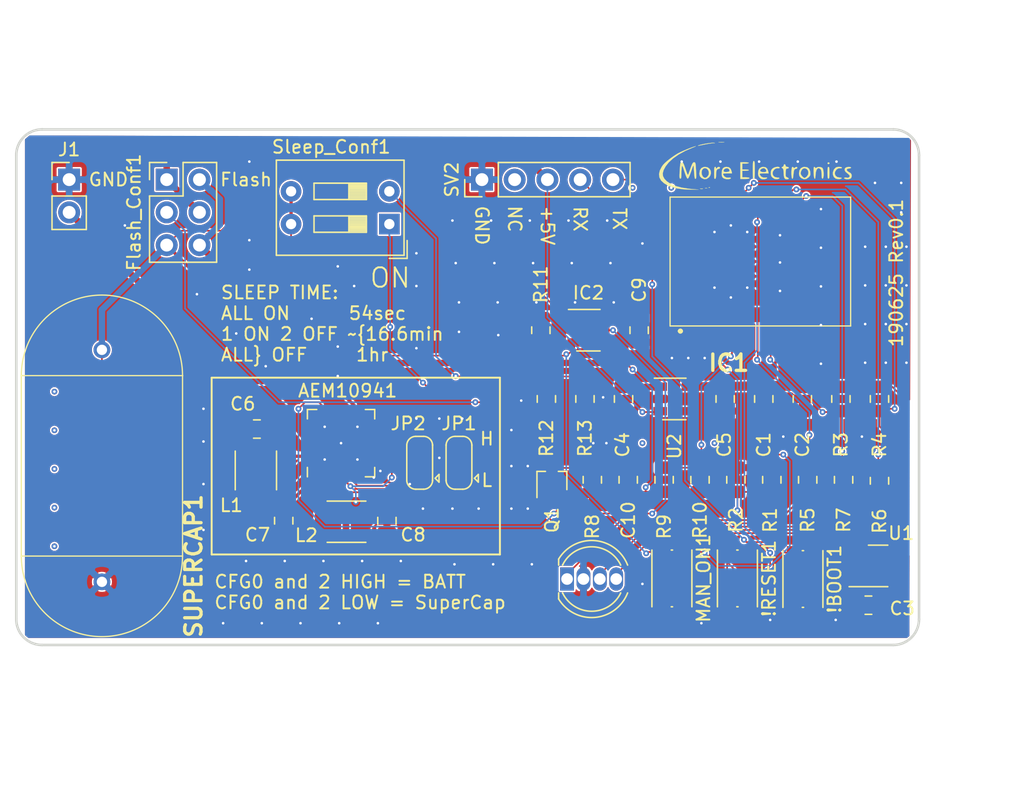
<source format=kicad_pcb>
(kicad_pcb (version 20171130) (host pcbnew "(5.1.2)-2")
  (layers (0 F.Cu signal) (31 B.Cu signal) (34 B.Paste user) (35 F.Paste user) (36 B.SilkS user) (37 F.SilkS user) (38 B.Mask user) (39 F.Mask user) (44 Edge.Cuts user))
  (net 0 "")
  (net 1 !BOOT)
  (net 2 GND)
  (net 3 VIN)
  (net 4 VBUCK)
  (net 5 +BATT)
  (net 6 "Net-(C10-Pad1)")
  (net 7 ADC_BATT)
  (net 8 DONE)
  (net 9 RGB_R)
  (net 10 SDA)
  (net 11 RGB_G)
  (net 12 RGB_B)
  (net 13 !RESET)
  (net 14 SCL)
  (net 15 NINA_TX)
  (net 16 NINA_RX)
  (net 17 M_DRV)
  (net 18 "Net-(IC2-Pad5)")
  (net 19 +VSW)
  (net 20 "Net-(LED1-Pad1)")
  (net 21 "Net-(LED1-Pad3)")
  (net 22 "Net-(LED1-Pad4)")
  (net 23 CFG2)
  (net 24 CFG0)
  (net 25 EH_RDY)
  (net 26 CE_STD)
  (net 27 "Net-(R12-Pad2)")
  (net 28 "Net-(R13-Pad2)")
  (net 29 CE)
  (net 30 +3V3)
  (net 31 "Net-(AEM10941-Pad28)")
  (net 32 "Net-(AEM10941-Pad27)")
  (net 33 "Net-(AEM10941-Pad2)")
  (net 34 "Net-(AEM10941-Pad1)")
  (module SamacSys_Parts:MoreE (layer F.Cu) (at 235.077 78.613)
    (fp_text reference G*** hide)
    (fp_text value LOGO hide)
  )
  (module SamacSys_Parts:PinHeader_1x05_P2.54mm_Vertical (layer F.Cu) (at 213.868 79.756 90)
    (fp_text reference SV2 (at 0 -2.33 90) (layer F.SilkS))
    (fp_text value UART)
    (pad 5 thru_hole oval (at 0 10.16 90) (size 1.7 1.7) (drill 1) (layers *.Cu *.Mask) (net 15 NINA_TX))
    (pad 4 thru_hole oval (at 0 7.62 90) (size 1.7 1.7) (drill 1) (layers *.Cu *.Mask) (net 16 NINA_RX))
    (pad 3 thru_hole oval (at 0 5.08 90) (size 1.7 1.7) (drill 1) (layers *.Cu *.Mask) (net 29 CE))
    (pad 2 thru_hole oval (at 0 2.54 90) (size 1.7 1.7) (drill 1) (layers *.Cu *.Mask))
    (pad 1 thru_hole rect (at 0 0 90) (size 1.7 1.7) (drill 1) (layers *.Cu *.Mask) (net 2 GND))
  )
  (module Jumper:SolderJumper-3_P1.3mm_Bridged12_RoundedPad1.0x1.5mm (layer F.Cu) (at 212.09 101.727 90)
    (fp_text reference JP1 (at 3.048 0 180) (layer F.SilkS))
    (fp_text value SolderJumper_3_Bridged12)
    (fp_poly (pts (xy -0.9 -0.3) (xy -0.4 -0.3) (xy -0.4 0.3) (xy -0.9 0.3)) (layer F.Cu) (width 0))
    (pad 3 smd custom (at 1.3 0 90) (size 1 0.5) (layers F.Cu F.Mask) (net 4 VBUCK) (options (clearance outline) (anchor rect)) (primitives (gr_circle (center 0 0.25) (end 0.5 0.25) (width 0)) (gr_circle (center 0 -0.25) (end 0.5 -0.25) (width 0)) (gr_poly (pts (xy -0.55 -0.75) (xy 0 -0.75) (xy 0 0.75) (xy -0.55 0.75)) (width 0))))
    (pad 2 smd rect (at 0 0 90) (size 1 1.5) (layers F.Cu F.Mask) (net 23 CFG2))
    (pad 1 smd custom (at -1.3 0 90) (size 1 0.5) (layers F.Cu F.Mask) (net 2 GND) (options (clearance outline) (anchor rect)) (primitives (gr_circle (center 0 0.25) (end 0.5 0.25) (width 0)) (gr_circle (center 0 -0.25) (end 0.5 -0.25) (width 0)) (gr_poly (pts (xy 0.55 -0.75) (xy 0 -0.75) (xy 0 0.75) (xy 0.55 0.75)) (width 0))))
  )
  (module SamacSys_Parts:SW_Push_1P1T_NO_CK_KMR2 (layer F.Cu) (at 228.6 110.696999 270)
    (fp_text reference MAN_ON1 (at 0 -2.45 90) (layer F.SilkS))
    (fp_text value SW_Push_KMR2)
    (pad 2 smd rect (at 2.05 0.8) (size 0.9 1) (layers F.Cu F.Paste F.Mask) (net 17 M_DRV))
    (pad 1 smd rect (at 2.05 -0.8) (size 0.9 1) (layers F.Cu F.Paste F.Mask) (net 5 +BATT))
    (pad 2 smd rect (at -2.05 0.8) (size 0.9 1) (layers F.Cu F.Paste F.Mask) (net 17 M_DRV))
    (pad 1 smd rect (at -2.05 -0.8) (size 0.9 1) (layers F.Cu F.Paste F.Mask) (net 5 +BATT))
  )
  (module SamacSys_Parts:SW_Push_1P1T_NO_CK_KMR2 (layer F.Cu) (at 233.68 110.696999 270)
    (fp_text reference !RESET1 (at 0 -2.45 90) (layer F.SilkS))
    (fp_text value SW_Push_KMR2)
    (pad 2 smd rect (at 2.05 0.8) (size 0.9 1) (layers F.Cu F.Paste F.Mask) (net 13 !RESET))
    (pad 1 smd rect (at 2.05 -0.8) (size 0.9 1) (layers F.Cu F.Paste F.Mask) (net 2 GND))
    (pad 2 smd rect (at -2.05 0.8) (size 0.9 1) (layers F.Cu F.Paste F.Mask) (net 13 !RESET))
    (pad 1 smd rect (at -2.05 -0.8) (size 0.9 1) (layers F.Cu F.Paste F.Mask) (net 2 GND))
  )
  (module SamacSys_Parts:SW_Push_1P1T_NO_CK_KMR2 (layer F.Cu) (at 238.76 110.744 270)
    (fp_text reference !BOOT1 (at 0 -2.45 90) (layer F.SilkS))
    (fp_text value SW_Push_KMR2)
    (pad 2 smd rect (at 2.05 0.8) (size 0.9 1) (layers F.Cu F.Paste F.Mask) (net 1 !BOOT))
    (pad 1 smd rect (at 2.05 -0.8) (size 0.9 1) (layers F.Cu F.Paste F.Mask) (net 2 GND))
    (pad 2 smd rect (at -2.05 0.8) (size 0.9 1) (layers F.Cu F.Paste F.Mask) (net 1 !BOOT))
    (pad 1 smd rect (at -2.05 -0.8) (size 0.9 1) (layers F.Cu F.Paste F.Mask) (net 2 GND))
  )
  (module Jumper:SolderJumper-3_P1.3mm_Bridged12_RoundedPad1.0x1.5mm (layer F.Cu) (at 209.042 101.727 90)
    (fp_text reference JP2 (at 3.048 -0.889 180) (layer F.SilkS))
    (fp_text value SolderJumper_3_Bridged12)
    (fp_poly (pts (xy -0.9 -0.3) (xy -0.4 -0.3) (xy -0.4 0.3) (xy -0.9 0.3)) (layer F.Cu) (width 0))
    (pad 3 smd custom (at 1.3 0 90) (size 1 0.5) (layers F.Cu F.Mask) (net 4 VBUCK) (options (clearance outline) (anchor rect)) (primitives (gr_circle (center 0 0.25) (end 0.5 0.25) (width 0)) (gr_circle (center 0 -0.25) (end 0.5 -0.25) (width 0)) (gr_poly (pts (xy -0.55 -0.75) (xy 0 -0.75) (xy 0 0.75) (xy -0.55 0.75)) (width 0))))
    (pad 2 smd rect (at 0 0 90) (size 1 1.5) (layers F.Cu F.Mask) (net 24 CFG0))
    (pad 1 smd custom (at -1.3 0 90) (size 1 0.5) (layers F.Cu F.Mask) (net 2 GND) (options (clearance outline) (anchor rect)) (primitives (gr_circle (center 0 0.25) (end 0.5 0.25) (width 0)) (gr_circle (center 0 -0.25) (end 0.5 -0.25) (width 0)) (gr_poly (pts (xy 0.55 -0.75) (xy 0 -0.75) (xy 0 0.75) (xy 0.55 0.75)) (width 0))))
  )
  (module SamacSys_Parts:L_Taiyo-Yuden_NRH30xx (layer F.Cu) (at 203.37 106.299 180)
    (fp_text reference L2 (at 3.115426 -1.052573) (layer F.SilkS))
    (fp_text value NRH3010T100MNV)
    (pad 2 smd rect (at 1.1 0 180) (size 0.8 2.9) (layers F.Cu F.Paste F.Mask) (net 33 "Net-(AEM10941-Pad2)"))
    (pad 1 smd rect (at -1.1 0 180) (size 0.8 2.9) (layers F.Cu F.Paste F.Mask) (net 4 VBUCK))
  )
  (module SamacSys_Parts:L_Taiyo-Yuden_NRH30xx (layer F.Cu) (at 196.342 102.319 90)
    (fp_text reference L1 (at -2.71 -1.905 180) (layer F.SilkS))
    (fp_text value NRH3010T100MNV)
    (pad 2 smd rect (at 1.1 0 90) (size 0.8 2.9) (layers F.Cu F.Paste F.Mask) (net 32 "Net-(AEM10941-Pad27)"))
    (pad 1 smd rect (at -1.1 0 90) (size 0.8 2.9) (layers F.Cu F.Paste F.Mask) (net 31 "Net-(AEM10941-Pad28)"))
  )
  (module Capacitor_SMD:C_0805_2012Metric (layer F.Cu) (at 235.723 96.774 270)
    (fp_text reference C1 (at 3.556 0 90) (layer F.SilkS))
    (fp_text value 100n)
    (pad 2 smd roundrect (at 0.9375 0 270) (size 0.975 1.4) (layers F.Cu F.Paste F.Mask) (net 2 GND))
    (pad 1 smd roundrect (at -0.9375 0 270) (size 0.975 1.4) (layers F.Cu F.Paste F.Mask) (net 30 +3V3))
  )
  (module Capacitor_SMD:C_0805_2012Metric (layer F.Cu) (at 238.714 96.774 270)
    (fp_text reference C2 (at 3.556 0 90) (layer F.SilkS))
    (fp_text value 100n)
    (pad 1 smd roundrect (at -0.9375 0 270) (size 0.975 1.4) (layers F.Cu F.Paste F.Mask) (net 30 +3V3))
    (pad 2 smd roundrect (at 0.9375 0 270) (size 0.975 1.4) (layers F.Cu F.Paste F.Mask) (net 2 GND))
  )
  (module Capacitor_SMD:C_0805_2012Metric (layer F.Cu) (at 243.84 112.776 180)
    (fp_text reference C3 (at -2.6185 -0.254) (layer F.SilkS))
    (fp_text value 100n)
    (pad 1 smd roundrect (at -0.9375 0 180) (size 0.975 1.4) (layers F.Cu F.Paste F.Mask) (net 30 +3V3))
    (pad 2 smd roundrect (at 0.9375 0 180) (size 0.975 1.4) (layers F.Cu F.Paste F.Mask) (net 2 GND))
  )
  (module Capacitor_SMD:C_0805_2012Metric (layer F.Cu) (at 224.85 96.774 270)
    (fp_text reference C4 (at 3.556 0.08 270) (layer F.SilkS))
    (fp_text value 1uF)
    (pad 2 smd roundrect (at 0.9375 0 270) (size 0.975 1.4) (layers F.Cu F.Paste F.Mask) (net 2 GND))
    (pad 1 smd roundrect (at -0.9375 0 270) (size 0.975 1.4) (layers F.Cu F.Paste F.Mask) (net 3 VIN))
  )
  (module Capacitor_SMD:C_0805_2012Metric (layer F.Cu) (at 232.732 96.774 270)
    (fp_text reference C5 (at 3.556 0.08 270) (layer F.SilkS))
    (fp_text value 1uF)
    (pad 1 smd roundrect (at -0.9375 0 270) (size 0.975 1.4) (layers F.Cu F.Paste F.Mask) (net 30 +3V3))
    (pad 2 smd roundrect (at 0.9375 0 270) (size 0.975 1.4) (layers F.Cu F.Paste F.Mask) (net 2 GND))
  )
  (module Capacitor_SMD:C_0805_2012Metric (layer F.Cu) (at 196.4205 99.1085 180)
    (fp_text reference C6 (at 1.0945 1.9535) (layer F.SilkS))
    (fp_text value 10uF)
    (pad 2 smd roundrect (at 0.9375 0 180) (size 0.975 1.4) (layers F.Cu F.Paste F.Mask) (net 2 GND))
    (pad 1 smd roundrect (at -0.9375 0 180) (size 0.975 1.4) (layers F.Cu F.Paste F.Mask) (net 32 "Net-(AEM10941-Pad27)"))
  )
  (module Capacitor_SMD:C_0805_2012Metric (layer F.Cu) (at 198.501 106.2205 90)
    (fp_text reference C7 (at -1.0945 -2.032 180) (layer F.SilkS))
    (fp_text value 10uF)
    (pad 1 smd roundrect (at -0.9375 0 90) (size 0.975 1.4) (layers F.Cu F.Paste F.Mask) (net 2 GND))
    (pad 2 smd roundrect (at 0.9375 0 90) (size 0.975 1.4) (layers F.Cu F.Paste F.Mask) (net 34 "Net-(AEM10941-Pad1)"))
  )
  (module Capacitor_SMD:C_0805_2012Metric (layer F.Cu) (at 206.502 106.2205 270)
    (fp_text reference C8 (at 1.0945 -2.032 180) (layer F.SilkS))
    (fp_text value 10uF)
    (pad 1 smd roundrect (at -0.9375 0 270) (size 0.975 1.4) (layers F.Cu F.Paste F.Mask) (net 4 VBUCK))
    (pad 2 smd roundrect (at 0.9375 0 270) (size 0.975 1.4) (layers F.Cu F.Paste F.Mask) (net 2 GND))
  )
  (module Capacitor_SMD:C_0805_2012Metric (layer F.Cu) (at 226.06 91.44 270)
    (fp_text reference C9 (at -3.1265 0 90) (layer F.SilkS))
    (fp_text value 100n)
    (pad 2 smd roundrect (at 0.9375 0 270) (size 0.975 1.4) (layers F.Cu F.Paste F.Mask) (net 2 GND))
    (pad 1 smd roundrect (at -0.9375 0 270) (size 0.975 1.4) (layers F.Cu F.Paste F.Mask) (net 5 +BATT))
  )
  (module Capacitor_SMD:C_0805_2012Metric (layer F.Cu) (at 225.212666 103.0455 90)
    (fp_text reference C10 (at -3.1265 0 90) (layer F.SilkS))
    (fp_text value 10uF)
    (pad 2 smd roundrect (at 0.9375 0 90) (size 0.975 1.4) (layers F.Cu F.Paste F.Mask) (net 2 GND))
    (pad 1 smd roundrect (at -0.9375 0 90) (size 0.975 1.4) (layers F.Cu F.Paste F.Mask) (net 6 "Net-(C10-Pad1)"))
  )
  (module SamacSys_Parts:NINAW102 (layer F.Cu) (at 235.458 86.36)
    (fp_text reference IC1 (at -2.446 7.62 180) (layer F.SilkS) (effects (font (size 1.27 1.27) (thickness 0.254))))
    (fp_text value NINA-W102 hide)
    (pad 48 smd rect (at 0.03 -1.975 90) (size 0.7 0.7) (layers F.Cu F.Paste F.Mask) (net 2 GND))
    (pad 47 smd rect (at 0.03 -0.825 90) (size 0.7 0.7) (layers F.Cu F.Paste F.Mask) (net 2 GND))
    (pad 46 smd rect (at 0.03 0.325 90) (size 0.7 0.7) (layers F.Cu F.Paste F.Mask) (net 2 GND))
    (pad 45 smd rect (at 0.03 1.475 90) (size 0.7 0.7) (layers F.Cu F.Paste F.Mask) (net 2 GND))
    (pad 44 smd rect (at -1.12 -0.825 90) (size 0.7 0.7) (layers F.Cu F.Paste F.Mask) (net 2 GND))
    (pad 43 smd rect (at -1.12 0.325 90) (size 0.7 0.7) (layers F.Cu F.Paste F.Mask) (net 2 GND))
    (pad 42 smd rect (at -2.27 -1.975 90) (size 0.7 0.7) (layers F.Cu F.Paste F.Mask) (net 2 GND))
    (pad 41 smd rect (at -2.27 -0.825 90) (size 0.7 0.7) (layers F.Cu F.Paste F.Mask) (net 2 GND))
    (pad 40 smd rect (at -2.27 0.325 90) (size 0.7 0.7) (layers F.Cu F.Paste F.Mask) (net 2 GND))
    (pad 39 smd rect (at -2.27 1.475 90) (size 0.7 0.7) (layers F.Cu F.Paste F.Mask) (net 2 GND))
    (pad 38 smd rect (at -3.42 -0.825 90) (size 0.7 0.7) (layers F.Cu F.Paste F.Mask) (net 2 GND))
    (pad 37 smd rect (at -3.42 0.325 90) (size 0.7 0.7) (layers F.Cu F.Paste F.Mask) (net 2 GND))
    (pad 36 smd rect (at -4.75 -3 90) (size 0.7 0.7) (layers F.Cu F.Paste F.Mask))
    (pad 35 smd rect (at -4.75 -1.9 90) (size 0.7 0.7) (layers F.Cu F.Paste F.Mask))
    (pad 34 smd rect (at -4.75 -0.8 90) (size 0.7 0.7) (layers F.Cu F.Paste F.Mask))
    (pad 33 smd rect (at -4.75 0.3 90) (size 0.7 0.7) (layers F.Cu F.Paste F.Mask))
    (pad 32 smd rect (at -4.75 1.4 90) (size 0.7 0.7) (layers F.Cu F.Paste F.Mask))
    (pad 31 smd rect (at -4.75 2.5 90) (size 0.7 0.7) (layers F.Cu F.Paste F.Mask))
    (pad 30 smd rect (at -6.125 1.75 90) (size 0.7 1.15) (layers F.Cu F.Paste F.Mask) (net 2 GND))
    (pad 29 smd rect (at -6.125 0.75 90) (size 0.7 1.15) (layers F.Cu F.Paste F.Mask))
    (pad 28 smd rect (at -6.125 -0.25 90) (size 0.7 1.15) (layers F.Cu F.Paste F.Mask))
    (pad 27 smd rect (at -6.125 -1.25 90) (size 0.7 1.15) (layers F.Cu F.Paste F.Mask) (net 1 !BOOT))
    (pad 26 smd rect (at -6.125 -2.25 90) (size 0.7 1.15) (layers F.Cu F.Paste F.Mask) (net 2 GND))
    (pad 25 smd rect (at -6.2 -4.375) (size 0.7 1.15) (layers F.Cu F.Paste F.Mask))
    (pad 24 smd rect (at -5.2 -4.375) (size 0.7 1.15) (layers F.Cu F.Paste F.Mask))
    (pad 23 smd rect (at -4.2 -4.375) (size 0.7 1.15) (layers F.Cu F.Paste F.Mask) (net 16 NINA_RX))
    (pad 22 smd rect (at -3.2 -4.375) (size 0.7 1.15) (layers F.Cu F.Paste F.Mask) (net 15 NINA_TX))
    (pad 21 smd rect (at -2.2 -4.375) (size 0.7 1.15) (layers F.Cu F.Paste F.Mask))
    (pad 20 smd rect (at -1.2 -4.375) (size 0.7 1.15) (layers F.Cu F.Paste F.Mask) (net 14 SCL))
    (pad 19 smd rect (at -0.2 -4.375) (size 0.7 1.15) (layers F.Cu F.Paste F.Mask) (net 13 !RESET))
    (pad 18 smd rect (at 0.8 -4.375) (size 0.7 1.15) (layers F.Cu F.Paste F.Mask))
    (pad 17 smd rect (at 1.8 -4.375) (size 0.7 1.15) (layers F.Cu F.Paste F.Mask) (net 12 RGB_B))
    (pad 16 smd rect (at 2.8 -4.375) (size 0.7 1.15) (layers F.Cu F.Paste F.Mask) (net 11 RGB_G))
    (pad 15 smd rect (at 2.725 -2.25 90) (size 0.7 1.15) (layers F.Cu F.Paste F.Mask))
    (pad 14 smd rect (at 2.725 -1.25 90) (size 0.7 1.15) (layers F.Cu F.Paste F.Mask) (net 2 GND))
    (pad 13 smd rect (at 2.725 -0.25 90) (size 0.7 1.15) (layers F.Cu F.Paste F.Mask))
    (pad 12 smd rect (at 2.725 0.75 90) (size 0.7 1.15) (layers F.Cu F.Paste F.Mask) (net 2 GND))
    (pad 11 smd rect (at 2.725 1.75 90) (size 0.7 1.15) (layers F.Cu F.Paste F.Mask))
    (pad 10 smd rect (at 2.8 3.875) (size 0.7 1.15) (layers F.Cu F.Paste F.Mask) (net 30 +3V3))
    (pad 9 smd rect (at 1.8 3.875) (size 0.7 1.15) (layers F.Cu F.Paste F.Mask) (net 30 +3V3))
    (pad 8 smd rect (at 0.8 3.875) (size 0.7 1.15) (layers F.Cu F.Paste F.Mask) (net 10 SDA))
    (pad 7 smd rect (at -0.2 3.875) (size 0.7 1.15) (layers F.Cu F.Paste F.Mask) (net 9 RGB_R))
    (pad 6 smd rect (at -1.2 3.875) (size 0.7 1.15) (layers F.Cu F.Paste F.Mask) (net 2 GND))
    (pad 5 smd rect (at -2.2 3.875) (size 0.7 1.15) (layers F.Cu F.Paste F.Mask) (net 8 DONE))
    (pad 4 smd rect (at -3.2 3.875) (size 0.7 1.15) (layers F.Cu F.Paste F.Mask) (net 7 ADC_BATT))
    (pad 3 smd rect (at -4.2 3.875) (size 0.7 1.15) (layers F.Cu F.Paste F.Mask))
    (pad 2 smd rect (at -5.2 3.875) (size 0.7 1.15) (layers F.Cu F.Paste F.Mask))
    (pad 1 smd rect (at -6.2 3.875) (size 0.7 1.15) (layers F.Cu F.Paste F.Mask))
  )
  (module Package_TO_SOT_SMD:SOT-23-6 (layer F.Cu) (at 222.13 91.44)
    (fp_text reference IC2 (at 0 -2.9) (layer F.SilkS))
    (fp_text value TPL5110QDDCRQ1)
    (pad 5 smd rect (at 1.1 0) (size 1.06 0.65) (layers F.Cu F.Paste F.Mask) (net 18 "Net-(IC2-Pad5)"))
    (pad 6 smd rect (at 1.1 -0.95) (size 1.06 0.65) (layers F.Cu F.Paste F.Mask) (net 5 +BATT))
    (pad 4 smd rect (at 1.1 0.95) (size 1.06 0.65) (layers F.Cu F.Paste F.Mask) (net 6 "Net-(C10-Pad1)"))
    (pad 3 smd rect (at -1.1 0.95) (size 1.06 0.65) (layers F.Cu F.Paste F.Mask) (net 17 M_DRV))
    (pad 2 smd rect (at -1.1 0) (size 1.06 0.65) (layers F.Cu F.Paste F.Mask) (net 2 GND))
    (pad 1 smd rect (at -1.1 -0.95) (size 1.06 0.65) (layers F.Cu F.Paste F.Mask) (net 5 +BATT))
  )
  (module SamacSys_Parts:PinHeader_1x02_P2.54mm_Vertical (layer F.Cu) (at 181.864 79.756)
    (fp_text reference J1 (at 0 -2.33) (layer F.SilkS))
    (fp_text value 61300211121)
    (pad 1 thru_hole rect (at 0 0) (size 1.7 1.7) (drill 1) (layers *.Cu *.Mask) (net 2 GND))
    (pad 2 thru_hole oval (at 0 2.54) (size 1.7 1.7) (drill 1) (layers *.Cu *.Mask) (net 19 +VSW))
  )
  (module LED_THT:LED_D5.0mm-4_RGB (layer F.Cu) (at 220.472 110.744)
    (fp_text reference LED1 hide)
    (fp_text value CLEAR)
    (pad 4 thru_hole oval (at 3.81 0) (size 1.07 1.8) (drill 0.9) (layers *.Cu *.Mask) (net 22 "Net-(LED1-Pad4)"))
    (pad 3 thru_hole oval (at 2.54 0) (size 1.07 1.8) (drill 0.9) (layers *.Cu *.Mask) (net 21 "Net-(LED1-Pad3)"))
    (pad 2 thru_hole oval (at 1.27 0) (size 1.07 1.8) (drill 0.9) (layers *.Cu *.Mask) (net 2 GND))
    (pad 1 thru_hole rect (at 0 0) (size 1.07 1.8) (drill 0.9) (layers *.Cu *.Mask) (net 20 "Net-(LED1-Pad1)"))
  )
  (module Package_DFN_QFN:QFN-28-1EP_5x5mm_P0.5mm_EP3.35x3.35mm (layer F.Cu) (at 202.946 100.203 90)
    (fp_text reference AEM10941 (at 4.064 0.508 180) (layer F.SilkS))
    (fp_text value AEM10941)
    (pad 28 smd roundrect (at -1.5 -2.45 90) (size 0.25 0.8) (layers F.Cu F.Paste F.Mask) (net 31 "Net-(AEM10941-Pad28)"))
    (pad 27 smd roundrect (at -1 -2.45 90) (size 0.25 0.8) (layers F.Cu F.Paste F.Mask) (net 32 "Net-(AEM10941-Pad27)"))
    (pad 26 smd roundrect (at -0.5 -2.45 90) (size 0.25 0.8) (layers F.Cu F.Paste F.Mask) (net 19 +VSW))
    (pad 25 smd roundrect (at 0 -2.45 90) (size 0.25 0.8) (layers F.Cu F.Paste F.Mask) (net 19 +VSW))
    (pad 24 smd roundrect (at 0.5 -2.45 90) (size 0.25 0.8) (layers F.Cu F.Paste F.Mask))
    (pad 23 smd roundrect (at 1 -2.45 90) (size 0.25 0.8) (layers F.Cu F.Paste F.Mask))
    (pad 22 smd roundrect (at 1.5 -2.45 90) (size 0.25 0.8) (layers F.Cu F.Paste F.Mask))
    (pad 21 smd roundrect (at 2.45 -1.5 90) (size 0.8 0.25) (layers F.Cu F.Paste F.Mask) (net 25 EH_RDY))
    (pad 20 smd roundrect (at 2.45 -1 90) (size 0.8 0.25) (layers F.Cu F.Paste F.Mask))
    (pad 19 smd roundrect (at 2.45 -0.5 90) (size 0.8 0.25) (layers F.Cu F.Paste F.Mask))
    (pad 18 smd roundrect (at 2.45 0 90) (size 0.8 0.25) (layers F.Cu F.Paste F.Mask) (net 2 GND))
    (pad 17 smd roundrect (at 2.45 0.5 90) (size 0.8 0.25) (layers F.Cu F.Paste F.Mask) (net 2 GND))
    (pad 16 smd roundrect (at 2.45 1 90) (size 0.8 0.25) (layers F.Cu F.Paste F.Mask) (net 5 +BATT))
    (pad 15 smd roundrect (at 2.45 1.5 90) (size 0.8 0.25) (layers F.Cu F.Paste F.Mask) (net 2 GND))
    (pad 14 smd roundrect (at 1.5 2.45 90) (size 0.25 0.8) (layers F.Cu F.Paste F.Mask))
    (pad 13 smd roundrect (at 1 2.45 90) (size 0.25 0.8) (layers F.Cu F.Paste F.Mask))
    (pad 12 smd roundrect (at 0.5 2.45 90) (size 0.25 0.8) (layers F.Cu F.Paste F.Mask) (net 2 GND))
    (pad 11 smd roundrect (at 0 2.45 90) (size 0.25 0.8) (layers F.Cu F.Paste F.Mask))
    (pad 10 smd roundrect (at -0.5 2.45 90) (size 0.25 0.8) (layers F.Cu F.Paste F.Mask) (net 2 GND))
    (pad 9 smd roundrect (at -1 2.45 90) (size 0.25 0.8) (layers F.Cu F.Paste F.Mask) (net 2 GND))
    (pad 8 smd roundrect (at -1.5 2.45 90) (size 0.25 0.8) (layers F.Cu F.Paste F.Mask) (net 4 VBUCK))
    (pad 7 smd roundrect (at -2.45 1.5 90) (size 0.8 0.25) (layers F.Cu F.Paste F.Mask) (net 2 GND))
    (pad 6 smd roundrect (at -2.45 1 90) (size 0.8 0.25) (layers F.Cu F.Paste F.Mask) (net 24 CFG0))
    (pad 5 smd roundrect (at -2.45 0.5 90) (size 0.8 0.25) (layers F.Cu F.Paste F.Mask) (net 4 VBUCK))
    (pad 4 smd roundrect (at -2.45 0 90) (size 0.8 0.25) (layers F.Cu F.Paste F.Mask) (net 23 CFG2))
    (pad 3 smd roundrect (at -2.45 -0.5 90) (size 0.8 0.25) (layers F.Cu F.Paste F.Mask) (net 4 VBUCK))
    (pad 2 smd roundrect (at -2.45 -1 90) (size 0.8 0.25) (layers F.Cu F.Paste F.Mask) (net 33 "Net-(AEM10941-Pad2)"))
    (pad 1 smd roundrect (at -2.45 -1.5 90) (size 0.8 0.25) (layers F.Cu F.Paste F.Mask) (net 34 "Net-(AEM10941-Pad1)"))
    (pad 29 smd roundrect (at 0 0 90) (size 3.35 3.35) (layers F.Cu F.Mask) (roundrect_rratio 0.074627) (net 2 GND))
  )
  (module Package_TO_SOT_SMD:SOT-323_SC-70 (layer F.Cu) (at 219.296 103.124 90)
    (fp_text reference Q1 (at -3.048 0 90) (layer F.SilkS))
    (fp_text value BSS84W-7-F)
    (pad 3 smd rect (at 1 0) (size 0.45 0.7) (layers F.Cu F.Paste F.Mask) (net 26 CE_STD))
    (pad 2 smd rect (at -1 0.65) (size 0.45 0.7) (layers F.Cu F.Paste F.Mask) (net 25 EH_RDY))
    (pad 1 smd rect (at -1 -0.65) (size 0.45 0.7) (layers F.Cu F.Paste F.Mask) (net 18 "Net-(IC2-Pad5)"))
  )
  (module Resistor_SMD:R_0805_2012Metric (layer F.Cu) (at 236.345998 103.0455 90)
    (fp_text reference R1 (at -3.1265 -0.127 270) (layer F.SilkS))
    (fp_text value 1M)
    (pad 2 smd roundrect (at 0.9375 0 90) (size 0.975 1.4) (layers F.Cu F.Paste F.Mask) (net 5 +BATT))
    (pad 1 smd roundrect (at -0.9375 0 90) (size 0.975 1.4) (layers F.Cu F.Paste F.Mask) (net 7 ADC_BATT))
  )
  (module Resistor_SMD:R_0805_2012Metric (layer F.Cu) (at 233.562665 103.0455 270)
    (fp_text reference R2 (at 3.1265 0 270) (layer F.SilkS))
    (fp_text value 1M)
    (pad 1 smd roundrect (at -0.9375 0 270) (size 0.975 1.4) (layers F.Cu F.Paste F.Mask) (net 2 GND))
    (pad 2 smd roundrect (at 0.9375 0 270) (size 0.975 1.4) (layers F.Cu F.Paste F.Mask) (net 7 ADC_BATT))
  )
  (module Resistor_SMD:R_0805_2012Metric (layer F.Cu) (at 241.705 96.774 90)
    (fp_text reference R3 (at -3.556 0 90) (layer F.SilkS))
    (fp_text value 10K)
    (pad 2 smd roundrect (at 0.9375 0 90) (size 0.975 1.4) (layers F.Cu F.Paste F.Mask) (net 30 +3V3))
    (pad 1 smd roundrect (at -0.9375 0 90) (size 0.975 1.4) (layers F.Cu F.Paste F.Mask) (net 10 SDA))
  )
  (module Resistor_SMD:R_0805_2012Metric (layer F.Cu) (at 244.696 96.774 90)
    (fp_text reference R4 (at -3.556 0 90) (layer F.SilkS))
    (fp_text value 10K)
    (pad 2 smd roundrect (at 0.9375 0 90) (size 0.975 1.4) (layers F.Cu F.Paste F.Mask) (net 30 +3V3))
    (pad 1 smd roundrect (at -0.9375 0 90) (size 0.975 1.4) (layers F.Cu F.Paste F.Mask) (net 14 SCL))
  )
  (module Resistor_SMD:R_0805_2012Metric (layer F.Cu) (at 239.129331 103.0455 90)
    (fp_text reference R5 (at -3.1265 0 90) (layer F.SilkS))
    (fp_text value 1K)
    (pad 1 smd roundrect (at -0.9375 0 90) (size 0.975 1.4) (layers F.Cu F.Paste F.Mask) (net 20 "Net-(LED1-Pad1)"))
    (pad 2 smd roundrect (at 0.9375 0 90) (size 0.975 1.4) (layers F.Cu F.Paste F.Mask) (net 9 RGB_R))
  )
  (module Resistor_SMD:R_0805_2012Metric (layer F.Cu) (at 244.696 103.124 90)
    (fp_text reference R6 (at -3.1265 0 90) (layer F.SilkS))
    (fp_text value 1K)
    (pad 2 smd roundrect (at 0.9375 0 90) (size 0.975 1.4) (layers F.Cu F.Paste F.Mask) (net 12 RGB_B))
    (pad 1 smd roundrect (at -0.9375 0 90) (size 0.975 1.4) (layers F.Cu F.Paste F.Mask) (net 22 "Net-(LED1-Pad4)"))
  )
  (module Resistor_SMD:R_0805_2012Metric (layer F.Cu) (at 241.912664 103.0455 90)
    (fp_text reference R7 (at -3.1265 0 90) (layer F.SilkS))
    (fp_text value 1K)
    (pad 1 smd roundrect (at -0.9375 0 90) (size 0.975 1.4) (layers F.Cu F.Paste F.Mask) (net 21 "Net-(LED1-Pad3)"))
    (pad 2 smd roundrect (at 0.9375 0 90) (size 0.975 1.4) (layers F.Cu F.Paste F.Mask) (net 11 RGB_G))
  )
  (module Resistor_SMD:R_0805_2012Metric (layer F.Cu) (at 222.429333 103.0455 90)
    (fp_text reference R8 (at -3.6345 0 90) (layer F.SilkS))
    (fp_text value 10K)
    (pad 1 smd roundrect (at -0.9375 0 90) (size 0.975 1.4) (layers F.Cu F.Paste F.Mask) (net 2 GND))
    (pad 2 smd roundrect (at 0.9375 0 90) (size 0.975 1.4) (layers F.Cu F.Paste F.Mask) (net 26 CE_STD))
  )
  (module Resistor_SMD:R_0805_2012Metric (layer F.Cu) (at 227.995999 103.0455 90)
    (fp_text reference R9 (at -3.6345 0 90) (layer F.SilkS))
    (fp_text value 10K)
    (pad 1 smd roundrect (at -0.9375 0 90) (size 0.975 1.4) (layers F.Cu F.Paste F.Mask) (net 6 "Net-(C10-Pad1)"))
    (pad 2 smd roundrect (at 0.9375 0 90) (size 0.975 1.4) (layers F.Cu F.Paste F.Mask) (net 8 DONE))
  )
  (module Resistor_SMD:R_0805_2012Metric (layer F.Cu) (at 230.779332 103.0455 90)
    (fp_text reference R10 (at -3.1265 0 90) (layer F.SilkS))
    (fp_text value 10K)
    (pad 2 smd roundrect (at 0.9375 0 90) (size 0.975 1.4) (layers F.Cu F.Paste F.Mask) (net 8 DONE))
    (pad 1 smd roundrect (at -0.9375 0 90) (size 0.975 1.4) (layers F.Cu F.Paste F.Mask) (net 2 GND))
  )
  (module Resistor_SMD:R_0805_2012Metric (layer F.Cu) (at 218.44 91.44 270)
    (fp_text reference R11 (at -3.556 0 270) (layer F.SilkS))
    (fp_text value 124K)
    (pad 2 smd roundrect (at 0.9375 0 270) (size 0.975 1.4) (layers F.Cu F.Paste F.Mask) (net 17 M_DRV))
    (pad 1 smd roundrect (at -0.9375 0 270) (size 0.975 1.4) (layers F.Cu F.Paste F.Mask) (net 2 GND))
  )
  (module Resistor_SMD:R_0805_2012Metric (layer F.Cu) (at 218.868 96.774 90)
    (fp_text reference R12 (at -3.048 0 90) (layer F.SilkS))
    (fp_text value 169K)
    (pad 2 smd roundrect (at 0.9375 0 90) (size 0.975 1.4) (layers F.Cu F.Paste F.Mask) (net 27 "Net-(R12-Pad2)"))
    (pad 1 smd roundrect (at -0.9375 0 90) (size 0.975 1.4) (layers F.Cu F.Paste F.Mask) (net 2 GND))
  )
  (module Resistor_SMD:R_0805_2012Metric (layer F.Cu) (at 221.859 96.774 90)
    (fp_text reference R13 (at -3.048 0 90) (layer F.SilkS))
    (fp_text value 30K)
    (pad 1 smd roundrect (at -0.9375 0 90) (size 0.975 1.4) (layers F.Cu F.Paste F.Mask) (net 2 GND))
    (pad 2 smd roundrect (at 0.9375 0 90) (size 0.975 1.4) (layers F.Cu F.Paste F.Mask) (net 28 "Net-(R13-Pad2)"))
  )
  (module Button_Switch_THT:SW_DIP_SPSTx02_Slide_9.78x7.26mm_W7.62mm_P2.54mm (layer F.Cu) (at 206.69 83.206 180)
    (fp_text reference Sleep_Conf1 (at 4.506 5.99) (layer F.SilkS))
    (fp_text value "Sleep Conf")
    (pad 1 thru_hole rect (at 0 0 180) (size 1.6 1.6) (drill 0.8) (layers *.Cu *.Mask) (net 27 "Net-(R12-Pad2)"))
    (pad 3 thru_hole oval (at 7.62 2.54 180) (size 1.6 1.6) (drill 0.8) (layers *.Cu *.Mask) (net 17 M_DRV))
    (pad 2 thru_hole oval (at 0 2.54 180) (size 1.6 1.6) (drill 0.8) (layers *.Cu *.Mask) (net 28 "Net-(R13-Pad2)"))
    (pad 4 thru_hole oval (at 7.62 0 180) (size 1.6 1.6) (drill 0.8) (layers *.Cu *.Mask) (net 17 M_DRV))
  )
  (module SamacSys_Parts:SCMT22C505PRBA0 (layer F.Cu) (at 184.404 92.964 270)
    (fp_text reference SUPERCAP1 (at 16.764 -7.112 90) (layer F.SilkS) (effects (font (size 1.27 1.27) (thickness 0.254))))
    (fp_text value SCMT22C505PRBA0 hide)
    (pad 1 thru_hole circle (at 0 0 270) (size 1.3 1.3) (drill 0.8) (layers *.Cu *.Mask) (net 5 +BATT))
    (pad 2 thru_hole circle (at 18 0 270) (size 1.3 1.3) (drill 0.8) (layers *.Cu *.Mask) (net 2 GND))
  )
  (module SamacSys_Parts:PinHeader_2x03_P2.54mm_Vertical (layer F.Cu) (at 189.427 79.756)
    (fp_text reference Flash_Conf1 (at -2.54 2.54 90) (layer F.SilkS))
    (fp_text value SV1)
    (pad 1 thru_hole rect (at 0 0) (size 1.7 1.7) (drill 1) (layers *.Cu *.Mask) (net 29 CE))
    (pad 2 thru_hole oval (at 2.54 0) (size 1.7 1.7) (drill 1) (layers *.Cu *.Mask) (net 3 VIN))
    (pad 3 thru_hole oval (at 0 2.54) (size 1.7 1.7) (drill 1) (layers *.Cu *.Mask) (net 26 CE_STD))
    (pad 4 thru_hole oval (at 2.54 2.54) (size 1.7 1.7) (drill 1) (layers *.Cu *.Mask) (net 29 CE))
    (pad 5 thru_hole oval (at 0 5.08) (size 1.7 1.7) (drill 1) (layers *.Cu *.Mask) (net 5 +BATT))
    (pad 6 thru_hole oval (at 2.54 5.08) (size 1.7 1.7) (drill 1) (layers *.Cu *.Mask) (net 3 VIN))
  )
  (module Package_DFN_QFN:DFN-6-1EP_3x3mm_P1mm_EP1.5x2.4mm (layer F.Cu) (at 243.84 109.728)
    (fp_text reference U1 (at 2.54 -2.54) (layer F.SilkS))
    (fp_text value HTU21D)
    (pad 7 smd roundrect (at 0 0) (size 1.5 2.4) (layers F.Cu F.Mask) (roundrect_rratio 0.166667))
    (pad 1 smd roundrect (at -1.45 -1) (size 0.8 0.4) (layers F.Cu F.Paste F.Mask) (net 10 SDA))
    (pad 2 smd roundrect (at -1.45 0) (size 0.8 0.4) (layers F.Cu F.Paste F.Mask) (net 2 GND))
    (pad 3 smd roundrect (at -1.45 1) (size 0.8 0.4) (layers F.Cu F.Paste F.Mask))
    (pad 4 smd roundrect (at 1.45 1) (size 0.8 0.4) (layers F.Cu F.Paste F.Mask))
    (pad 5 smd roundrect (at 1.45 0) (size 0.8 0.4) (layers F.Cu F.Paste F.Mask) (net 30 +3V3))
    (pad 6 smd roundrect (at 1.45 -1) (size 0.8 0.4) (layers F.Cu F.Paste F.Mask) (net 14 SCL))
  )
  (module Package_TO_SOT_SMD:SOT-23-5 (layer F.Cu) (at 228.791 96.774)
    (fp_text reference U2 (at 0 3.676 90) (layer F.SilkS))
    (fp_text value HT7830)
    (pad 1 smd rect (at -1.1 -0.95) (size 1.06 0.65) (layers F.Cu F.Paste F.Mask) (net 3 VIN))
    (pad 2 smd rect (at -1.1 0) (size 1.06 0.65) (layers F.Cu F.Paste F.Mask) (net 2 GND))
    (pad 3 smd rect (at -1.1 0.95) (size 1.06 0.65) (layers F.Cu F.Paste F.Mask) (net 29 CE))
    (pad 4 smd rect (at 1.1 0.95) (size 1.06 0.65) (layers F.Cu F.Paste F.Mask))
    (pad 5 smd rect (at 1.1 -0.95) (size 1.06 0.65) (layers F.Cu F.Paste F.Mask) (net 30 +3V3))
  )
  (gr_arc (start 179.762 113.862) (end 177.762 113.862001) (angle -90) (layer Edge.Cuts) (width 0.2))
  (gr_arc (start 245.762 113.862001) (end 245.761999 115.862) (angle -90) (layer Edge.Cuts) (width 0.2))
  (gr_arc (start 245.762 77.862) (end 247.762 77.862) (angle -90) (layer Edge.Cuts) (width 0.2))
  (gr_arc (start 179.761999 77.862) (end 179.762 75.862) (angle -90) (layer Edge.Cuts) (width 0.2))
  (gr_line (start 177.762 77.862) (end 177.762 113.862001) (layer Edge.Cuts) (width 0.2))
  (gr_line (start 245.762 75.862) (end 179.762 75.862) (layer Edge.Cuts) (width 0.2))
  (gr_line (start 247.762 113.862) (end 247.762 77.862) (layer Edge.Cuts) (width 0.2))
  (gr_line (start 179.762 115.862) (end 245.762 115.862) (layer Edge.Cuts) (width 0.2))
  (gr_text "CFG0 and 2 HIGH = BATT\nCFG0 and 2 LOW = SuperCap" (at 193.04 111.76) (layer F.SilkS) (effects (font (size 1 1)) (justify left)))
  (gr_text "SLEEP TIME:\nALL ON     ~ 54sec\n1 ON 2 OFF ~16.6min\nALL OFF    ~ 1hr" (at 193.548 90.932) (layer F.SilkS) (effects (font (size 1 1)) (justify left)))
  (gr_text ON (at 206.756 87.376) (layer F.SilkS) (effects (font (size 1.5 1.5))))
  (gr_text Flash (at 195.58 79.756) (layer F.SilkS) (effects (font (size 1 1))))
  (gr_text "190625 Rev0.1" (at 245.999 86.995 90) (layer F.SilkS) (effects (font (size 1 1))))
  (gr_text GND (at 184.912 79.756) (layer F.SilkS) (effects (font (size 1 1))))
  (gr_line (start 215.265 95.123) (end 215.265 108.839) (layer F.SilkS) (width 0.15))
  (gr_line (start 192.913 108.839) (end 215.265 108.839) (layer F.SilkS) (width 0.15))
  (gr_line (start 192.913 95.123) (end 192.913 108.839) (layer F.SilkS) (width 0.15))
  (gr_line (start 215.265 95.123) (end 192.913 95.123) (layer F.SilkS) (width 0.15))
  (gr_text TX (at 224.536 82.804 270) (layer F.SilkS) (effects (font (size 1 1))))
  (gr_text RX (at 221.488 82.804 270) (layer F.SilkS) (effects (font (size 1 1))))
  (gr_text +5V (at 218.948 83.312 270) (layer F.SilkS) (effects (font (size 1 1))))
  (gr_text NC (at 216.408 82.804 270) (layer F.SilkS) (effects (font (size 1 1))))
  (gr_text GND (at 213.868 83.312 270) (layer F.SilkS) (effects (font (size 1 1))))
  (gr_text "H\n\nL" (at 214.249 101.473) (layer F.SilkS) (effects (font (size 1 1))))
  (via (at 231.902 100.203) (size 0.45) (drill 0.2) (layers F.Cu B.Cu) (net 0))
  (via (at 226.314 100.203) (size 0.45) (drill 0.2) (layers F.Cu B.Cu) (net 0))
  (via (at 180.721 108.204) (size 0.45) (drill 0.2) (layers F.Cu B.Cu) (net 0))
  (via (at 180.721 96.204) (size 0.45) (drill 0.2) (layers F.Cu B.Cu) (net 0))
  (via (at 180.721 105.204) (size 0.45) (drill 0.2) (layers F.Cu B.Cu) (net 0))
  (via (at 180.721 99.204) (size 0.45) (drill 0.2) (layers F.Cu B.Cu) (net 0))
  (via (at 180.721 102.204) (size 0.45) (drill 0.2) (layers F.Cu B.Cu) (net 0))
  (via (at 228.552 80.391) (size 0.45) (drill 0.2) (layers F.Cu B.Cu) (net 0))
  (via (at 225.552 80.391) (size 0.45) (drill 0.2) (layers F.Cu B.Cu) (net 0))
  (segment (start 237.96 112.794) (end 237.96 108.694) (width 0.127) (layer F.Cu) (net 1))
  (segment (start 228.631 85.11) (end 227.076 86.665) (width 0.127) (layer F.Cu) (net 1))
  (segment (start 229.333 85.11) (end 228.631 85.11) (width 0.127) (layer F.Cu) (net 1))
  (via (at 227.076 87.884) (size 0.45) (drill 0.2) (layers F.Cu B.Cu) (net 1))
  (segment (start 227.076 86.665) (end 227.076 87.884) (width 0.127) (layer F.Cu) (net 1))
  (segment (start 227.076 87.884) (end 227.076 92.964) (width 0.127) (layer B.Cu) (net 1))
  (segment (start 227.076 92.964) (end 227.076 93.472) (width 0.127) (layer B.Cu) (net 1))
  (segment (start 227.076 93.472) (end 229.616 96.012) (width 0.127) (layer B.Cu) (net 1))
  (via (at 234.188 107.696) (size 0.45) (drill 0.2) (layers F.Cu B.Cu) (net 1))
  (segment (start 229.616 96.012) (end 229.616 103.124) (width 0.127) (layer B.Cu) (net 1))
  (segment (start 229.616 103.124) (end 234.188 107.696) (width 0.127) (layer B.Cu) (net 1))
  (segment (start 237.383 108.694) (end 237.96 108.694) (width 0.127) (layer F.Cu) (net 1))
  (segment (start 236.569298 107.880298) (end 237.383 108.694) (width 0.127) (layer F.Cu) (net 1))
  (segment (start 234.372298 107.880298) (end 236.569298 107.880298) (width 0.127) (layer F.Cu) (net 1))
  (segment (start 234.188 107.696) (end 234.372298 107.880298) (width 0.127) (layer F.Cu) (net 1))
  (via (at 236.982 84.074) (size 0.45) (drill 0.2) (layers F.Cu B.Cu) (net 2))
  (via (at 236.982 88.392) (size 0.45) (drill 0.2) (layers F.Cu B.Cu) (net 2))
  (via (at 236.982 86.185) (size 0.45) (drill 0.2) (layers F.Cu B.Cu) (net 2))
  (via (at 235.362 78.359) (size 0.45) (drill 0.2) (layers F.Cu B.Cu) (net 2))
  (via (at 232.362 78.359) (size 0.45) (drill 0.2) (layers F.Cu B.Cu) (net 2))
  (via (at 238.362 78.359) (size 0.45) (drill 0.2) (layers F.Cu B.Cu) (net 2))
  (via (at 241.362 78.359) (size 0.45) (drill 0.2) (layers F.Cu B.Cu) (net 2))
  (via (at 229.362 78.359) (size 0.45) (drill 0.2) (layers F.Cu B.Cu) (net 2))
  (via (at 217.582 82.931) (size 0.45) (drill 0.2) (layers F.Cu B.Cu) (net 2))
  (via (at 214.582 82.931) (size 0.45) (drill 0.2) (layers F.Cu B.Cu) (net 2))
  (via (at 220.582 82.931) (size 0.45) (drill 0.2) (layers F.Cu B.Cu) (net 2))
  (via (at 223.582 82.931) (size 0.45) (drill 0.2) (layers F.Cu B.Cu) (net 2))
  (via (at 211.582 82.931) (size 0.45) (drill 0.2) (layers F.Cu B.Cu) (net 2))
  (via (at 217.836 86.233) (size 0.45) (drill 0.2) (layers F.Cu B.Cu) (net 2))
  (via (at 214.836 86.233) (size 0.45) (drill 0.2) (layers F.Cu B.Cu) (net 2))
  (via (at 220.836 86.233) (size 0.45) (drill 0.2) (layers F.Cu B.Cu) (net 2))
  (via (at 223.836 86.233) (size 0.45) (drill 0.2) (layers F.Cu B.Cu) (net 2))
  (via (at 211.836 86.233) (size 0.45) (drill 0.2) (layers F.Cu B.Cu) (net 2))
  (via (at 218.09 89.281) (size 0.45) (drill 0.2) (layers F.Cu B.Cu) (net 2))
  (via (at 215.09 89.281) (size 0.45) (drill 0.2) (layers F.Cu B.Cu) (net 2))
  (via (at 221.09 89.281) (size 0.45) (drill 0.2) (layers F.Cu B.Cu) (net 2))
  (via (at 224.09 89.281) (size 0.45) (drill 0.2) (layers F.Cu B.Cu) (net 2))
  (via (at 212.09 89.281) (size 0.45) (drill 0.2) (layers F.Cu B.Cu) (net 2))
  (via (at 212.09 91.567) (size 0.45) (drill 0.2) (layers F.Cu B.Cu) (net 2))
  (via (at 215.138 91.821) (size 0.45) (drill 0.2) (layers F.Cu B.Cu) (net 2))
  (via (at 228.6 93.599) (size 0.45) (drill 0.2) (layers F.Cu B.Cu) (net 2))
  (via (at 229.87 93.599) (size 0.45) (drill 0.2) (layers F.Cu B.Cu) (net 2))
  (via (at 231.14 93.599) (size 0.45) (drill 0.2) (layers F.Cu B.Cu) (net 2))
  (via (at 226.314 84.709) (size 0.45) (drill 0.2) (layers F.Cu B.Cu) (net 2))
  (via (at 200.66 90.551) (size 0.45) (drill 0.2) (layers F.Cu B.Cu) (net 2))
  (via (at 208.788 88.011) (size 0.45) (drill 0.2) (layers F.Cu B.Cu) (net 2))
  (via (at 208.788 92.837) (size 0.45) (drill 0.2) (layers F.Cu B.Cu) (net 2))
  (via (at 208.788 85.471) (size 0.45) (drill 0.2) (layers F.Cu B.Cu) (net 2))
  (via (at 202.692 86.487) (size 0.45) (drill 0.2) (layers F.Cu B.Cu) (net 2))
  (via (at 203.962 88.011) (size 0.45) (drill 0.2) (layers F.Cu B.Cu) (net 2))
  (via (at 195.834 78.359) (size 0.45) (drill 0.2) (layers F.Cu B.Cu) (net 2))
  (via (at 195.834 84.455) (size 0.45) (drill 0.2) (layers F.Cu B.Cu) (net 2))
  (via (at 195.834 86.741) (size 0.45) (drill 0.2) (layers F.Cu B.Cu) (net 2))
  (via (at 223.52 100.203) (size 0.45) (drill 0.2) (layers F.Cu B.Cu) (net 2))
  (via (at 222.504 100.203) (size 0.45) (drill 0.2) (layers F.Cu B.Cu) (net 2))
  (via (at 223.266 96.647) (size 0.45) (drill 0.2) (layers F.Cu B.Cu) (net 2))
  (via (at 216.916 96.901) (size 0.45) (drill 0.2) (layers F.Cu B.Cu) (net 2))
  (via (at 216.154 99.187) (size 0.45) (drill 0.2) (layers F.Cu B.Cu) (net 2))
  (via (at 216.154 101.981) (size 0.45) (drill 0.2) (layers F.Cu B.Cu) (net 2))
  (via (at 217.424 101.981) (size 0.45) (drill 0.2) (layers F.Cu B.Cu) (net 2))
  (via (at 217.424 105.283) (size 0.45) (drill 0.2) (layers F.Cu B.Cu) (net 2))
  (via (at 216.154 105.283) (size 0.45) (drill 0.2) (layers F.Cu B.Cu) (net 2))
  (via (at 209.296 105.283) (size 0.45) (drill 0.2) (layers F.Cu B.Cu) (net 2))
  (via (at 211.582 105.283) (size 0.45) (drill 0.2) (layers F.Cu B.Cu) (net 2))
  (via (at 213.614 105.283) (size 0.45) (drill 0.2) (layers F.Cu B.Cu) (net 2))
  (via (at 237.236 99.695) (size 0.45) (drill 0.2) (layers F.Cu B.Cu) (net 2))
  (via (at 243.332 99.695) (size 0.45) (drill 0.2) (layers F.Cu B.Cu) (net 2))
  (via (at 226.314 111.125) (size 0.45) (drill 0.2) (layers F.Cu B.Cu) (net 2))
  (via (at 241.3 113.919) (size 0.45) (drill 0.2) (layers F.Cu B.Cu) (net 2))
  (via (at 236.22 113.919) (size 0.45) (drill 0.2) (layers F.Cu B.Cu) (net 2))
  (via (at 230.886 114.173) (size 0.45) (drill 0.2) (layers F.Cu B.Cu) (net 2))
  (via (at 204.58 109.347) (size 0.45) (drill 0.2) (layers F.Cu B.Cu) (net 2))
  (via (at 195.58 109.347) (size 0.45) (drill 0.2) (layers F.Cu B.Cu) (net 2))
  (via (at 198.58 109.347) (size 0.45) (drill 0.2) (layers F.Cu B.Cu) (net 2))
  (via (at 201.58 109.347) (size 0.45) (drill 0.2) (layers F.Cu B.Cu) (net 2))
  (via (at 207.58 109.347) (size 0.45) (drill 0.2) (layers F.Cu B.Cu) (net 2))
  (via (at 202.802 114.173) (size 0.45) (drill 0.2) (layers F.Cu B.Cu) (net 2))
  (via (at 193.802 114.173) (size 0.45) (drill 0.2) (layers F.Cu B.Cu) (net 2))
  (via (at 196.802 114.173) (size 0.45) (drill 0.2) (layers F.Cu B.Cu) (net 2))
  (via (at 199.802 114.173) (size 0.45) (drill 0.2) (layers F.Cu B.Cu) (net 2))
  (via (at 205.802 114.173) (size 0.45) (drill 0.2) (layers F.Cu B.Cu) (net 2))
  (via (at 214.74 109.601) (size 0.45) (drill 0.2) (layers F.Cu B.Cu) (net 2))
  (via (at 211.74 109.601) (size 0.45) (drill 0.2) (layers F.Cu B.Cu) (net 2))
  (via (at 217.74 109.601) (size 0.45) (drill 0.2) (layers F.Cu B.Cu) (net 2))
  (via (at 192.278 97.536) (size 0.45) (drill 0.2) (layers F.Cu B.Cu) (net 2))
  (via (at 202.946 100.203) (size 0.45) (drill 0.2) (layers F.Cu B.Cu) (net 2))
  (via (at 201.676 101.473) (size 0.45) (drill 0.2) (layers F.Cu B.Cu) (net 2))
  (via (at 204.216 101.473) (size 0.45) (drill 0.2) (layers F.Cu B.Cu) (net 2))
  (via (at 204.216 98.933) (size 0.45) (drill 0.2) (layers F.Cu B.Cu) (net 2))
  (via (at 201.676 98.933) (size 0.45) (drill 0.2) (layers F.Cu B.Cu) (net 2))
  (via (at 231.902 83.82) (size 0.45) (drill 0.2) (layers F.Cu B.Cu) (net 2))
  (via (at 233.172 83.312) (size 0.45) (drill 0.2) (layers F.Cu B.Cu) (net 2))
  (via (at 234.442 83.82) (size 0.45) (drill 0.2) (layers F.Cu B.Cu) (net 2))
  (via (at 231.902 88.138) (size 0.45) (drill 0.2) (layers F.Cu B.Cu) (net 2))
  (via (at 234.442 88.138) (size 0.45) (drill 0.2) (layers F.Cu B.Cu) (net 2))
  (via (at 233.172 88.9) (size 0.45) (drill 0.2) (layers F.Cu B.Cu) (net 2))
  (via (at 244.348 80.01) (size 0.45) (drill 0.2) (layers F.Cu B.Cu) (net 2))
  (via (at 246.38 80.01) (size 0.45) (drill 0.2) (layers F.Cu B.Cu) (net 2))
  (via (at 243.586 84.963) (size 0.45) (drill 0.2) (layers F.Cu B.Cu) (net 2))
  (via (at 246.38 82.296) (size 0.45) (drill 0.2) (layers F.Cu B.Cu) (net 2))
  (via (at 245.186 84.963) (size 0.45) (drill 0.2) (layers F.Cu B.Cu) (net 2))
  (via (at 246.786 84.963) (size 0.45) (drill 0.2) (layers F.Cu B.Cu) (net 2))
  (via (at 243.586 87.963) (size 0.45) (drill 0.2) (layers F.Cu B.Cu) (net 2))
  (via (at 245.186 87.963) (size 0.45) (drill 0.2) (layers F.Cu B.Cu) (net 2))
  (via (at 246.786 87.963) (size 0.45) (drill 0.2) (layers F.Cu B.Cu) (net 2))
  (via (at 243.586 90.963) (size 0.45) (drill 0.2) (layers F.Cu B.Cu) (net 2))
  (via (at 245.186 90.963) (size 0.45) (drill 0.2) (layers F.Cu B.Cu) (net 2))
  (via (at 246.786 90.963) (size 0.45) (drill 0.2) (layers F.Cu B.Cu) (net 2))
  (via (at 243.586 93.963) (size 0.45) (drill 0.2) (layers F.Cu B.Cu) (net 2))
  (via (at 245.186 93.963) (size 0.45) (drill 0.2) (layers F.Cu B.Cu) (net 2))
  (via (at 246.786 93.963) (size 0.45) (drill 0.2) (layers F.Cu B.Cu) (net 2))
  (via (at 240.157 82.042) (size 0.45) (drill 0.2) (layers F.Cu B.Cu) (net 2))
  (via (at 240.157 85.042) (size 0.45) (drill 0.2) (layers F.Cu B.Cu) (net 2))
  (via (at 240.157 88.042) (size 0.45) (drill 0.2) (layers F.Cu B.Cu) (net 2))
  (via (at 240.157 91.042) (size 0.45) (drill 0.2) (layers F.Cu B.Cu) (net 2))
  (via (at 240.157 94.042) (size 0.45) (drill 0.2) (layers F.Cu B.Cu) (net 2))
  (segment (start 202.946 97.753) (end 202.909 97.753) (width 0.127) (layer F.Cu) (net 2))
  (via (at 210.566 101.346) (size 0.45) (drill 0.2) (layers F.Cu B.Cu) (net 2))
  (via (at 208.28 103.378) (size 0.45) (drill 0.2) (layers F.Cu B.Cu) (net 2))
  (via (at 205.994 102.362) (size 0.45) (drill 0.2) (layers F.Cu B.Cu) (net 2))
  (via (at 205.486 102.87) (size 0.45) (drill 0.2) (layers F.Cu B.Cu) (net 2))
  (via (at 186.182 83.312) (size 0.45) (drill 0.2) (layers F.Cu B.Cu) (net 2))
  (via (at 208.788 98.298) (size 0.45) (drill 0.2) (layers F.Cu B.Cu) (net 2))
  (via (at 210.566 98.298) (size 0.45) (drill 0.2) (layers F.Cu B.Cu) (net 2))
  (via (at 212.344 98.298) (size 0.45) (drill 0.2) (layers F.Cu B.Cu) (net 2))
  (via (at 202.692 92.71) (size 0.45) (drill 0.2) (layers F.Cu B.Cu) (net 2))
  (via (at 202.692 94.996) (size 0.45) (drill 0.2) (layers F.Cu B.Cu) (net 2))
  (via (at 194.818 91.694) (size 0.45) (drill 0.2) (layers F.Cu B.Cu) (net 2))
  (via (at 191.77 88.646) (size 0.45) (drill 0.2) (layers F.Cu B.Cu) (net 2))
  (via (at 197.104 94.234) (size 0.45) (drill 0.2) (layers F.Cu B.Cu) (net 2))
  (via (at 192.278 100.076) (size 0.45) (drill 0.2) (layers F.Cu B.Cu) (net 2))
  (via (at 192.278 103.378) (size 0.45) (drill 0.2) (layers F.Cu B.Cu) (net 2))
  (via (at 192.278 106.934) (size 0.45) (drill 0.2) (layers F.Cu B.Cu) (net 2))
  (segment (start 227.6785 95.8365) (end 227.691 95.824) (width 0.5) (layer F.Cu) (net 3))
  (segment (start 224.85 95.8365) (end 227.6785 95.8365) (width 0.5) (layer F.Cu) (net 3))
  (segment (start 224.85 95.249) (end 223.581 93.98) (width 0.5) (layer F.Cu) (net 3))
  (segment (start 224.85 95.8365) (end 224.85 95.249) (width 0.5) (layer F.Cu) (net 3))
  (segment (start 201.111 93.98) (end 191.967 84.836) (width 0.5) (layer F.Cu) (net 3))
  (segment (start 223.581 93.98) (end 201.111 93.98) (width 0.5) (layer F.Cu) (net 3))
  (segment (start 192.816999 80.605999) (end 192.873999 80.605999) (width 0.5) (layer B.Cu) (net 3))
  (segment (start 191.967 79.756) (end 192.816999 80.605999) (width 0.5) (layer B.Cu) (net 3))
  (segment (start 192.873999 80.605999) (end 193.548 81.28) (width 0.5) (layer B.Cu) (net 3))
  (segment (start 193.548 83.255) (end 191.967 84.836) (width 0.5) (layer B.Cu) (net 3))
  (segment (start 193.548 81.28) (end 193.548 83.255) (width 0.5) (layer B.Cu) (net 3))
  (via (at 203.670668 103.547274) (size 0.45) (drill 0.2) (layers F.Cu B.Cu) (net 4))
  (segment (start 203.446 102.653) (end 203.446 103.322606) (width 0.127) (layer F.Cu) (net 4))
  (segment (start 203.446 103.322606) (end 203.670668 103.547274) (width 0.127) (layer F.Cu) (net 4))
  (via (at 204.089 104.775) (size 0.45) (drill 0.2) (layers F.Cu B.Cu) (net 4))
  (segment (start 203.670668 103.547274) (end 204.089 103.965606) (width 0.127) (layer B.Cu) (net 4))
  (segment (start 204.089 103.965606) (end 204.089 104.775) (width 0.127) (layer B.Cu) (net 4))
  (segment (start 212.09 100.427) (end 209.042 100.427) (width 0.127) (layer F.Cu) (net 4))
  (segment (start 205.896 101.703) (end 205.396 101.703) (width 0.127) (layer F.Cu) (net 4))
  (segment (start 206.918408 101.703) (end 205.896 101.703) (width 0.127) (layer F.Cu) (net 4))
  (segment (start 208.194408 100.427) (end 206.918408 101.703) (width 0.127) (layer F.Cu) (net 4))
  (segment (start 209.042 100.427) (end 208.194408 100.427) (width 0.127) (layer F.Cu) (net 4))
  (via (at 206.883 102.87) (size 0.45) (drill 0.2) (layers F.Cu B.Cu) (net 4))
  (segment (start 203.670668 103.547274) (end 206.205726 103.547274) (width 0.127) (layer B.Cu) (net 4))
  (segment (start 206.205726 103.547274) (end 206.883 102.87) (width 0.127) (layer B.Cu) (net 4))
  (segment (start 206.883 102.87) (end 206.883 101.727) (width 0.127) (layer F.Cu) (net 4))
  (segment (start 184.404 89.859) (end 189.427 84.836) (width 0.5) (layer B.Cu) (net 5))
  (segment (start 184.404 92.964) (end 184.404 89.859) (width 0.5) (layer B.Cu) (net 5))
  (segment (start 203.946 97.753) (end 203.925 97.753) (width 0.127) (layer F.Cu) (net 5))
  (segment (start 203.925 97.753) (end 203.88851 97.71651) (width 0.127) (layer F.Cu) (net 5))
  (segment (start 203.946 97.253) (end 202.705 96.012) (width 0.254) (layer F.Cu) (net 5))
  (segment (start 203.946 97.753) (end 203.946 97.253) (width 0.254) (layer F.Cu) (net 5))
  (segment (start 200.603 96.012) (end 189.427 84.836) (width 0.254) (layer F.Cu) (net 5))
  (segment (start 202.705 96.012) (end 200.603 96.012) (width 0.254) (layer F.Cu) (net 5))
  (segment (start 190.543701 83.719299) (end 193.648701 83.719299) (width 0.127) (layer F.Cu) (net 5))
  (segment (start 189.427 84.836) (end 190.543701 83.719299) (width 0.127) (layer F.Cu) (net 5))
  (segment (start 193.648701 83.719299) (end 198.374 78.994) (width 0.127) (layer F.Cu) (net 5))
  (segment (start 220.373 90.49) (end 221.03 90.49) (width 0.127) (layer F.Cu) (net 5))
  (segment (start 208.877 78.994) (end 220.373 90.49) (width 0.127) (layer F.Cu) (net 5))
  (segment (start 198.374 78.994) (end 208.877 78.994) (width 0.127) (layer F.Cu) (net 5))
  (segment (start 226.0475 90.49) (end 226.06 90.5025) (width 0.127) (layer F.Cu) (net 5))
  (segment (start 221.03 90.49) (end 226.0475 90.49) (width 0.127) (layer F.Cu) (net 5))
  (segment (start 229.4 112.796999) (end 229.4 112.746999) (width 0.127) (layer F.Cu) (net 5))
  (segment (start 228.658999 113.538) (end 229.4 112.796999) (width 0.127) (layer F.Cu) (net 5))
  (segment (start 198.12 113.538) (end 228.658999 113.538) (width 0.127) (layer F.Cu) (net 5))
  (segment (start 184.404 99.822) (end 198.12 113.538) (width 0.127) (layer F.Cu) (net 5))
  (segment (start 184.404 92.964) (end 184.404 99.822) (width 0.127) (layer F.Cu) (net 5))
  (segment (start 229.4 112.746999) (end 229.4 108.646999) (width 0.127) (layer F.Cu) (net 5))
  (via (at 231.14 108.712) (size 0.45) (drill 0.2) (layers F.Cu B.Cu) (net 5))
  (segment (start 229.4 108.646999) (end 231.074999 108.646999) (width 0.127) (layer F.Cu) (net 5))
  (segment (start 231.074999 108.646999) (end 231.14 108.712) (width 0.127) (layer F.Cu) (net 5))
  (segment (start 236.22 101.982002) (end 236.345998 102.108) (width 0.127) (layer F.Cu) (net 5))
  (segment (start 231.14 108.712) (end 232.156 109.728) (width 0.127) (layer B.Cu) (net 5))
  (segment (start 232.156 109.728) (end 236.22 109.728) (width 0.127) (layer B.Cu) (net 5))
  (segment (start 236.22 109.728) (end 237.236 108.712) (width 0.127) (layer B.Cu) (net 5))
  (segment (start 237.236 108.712) (end 237.744 108.204) (width 0.127) (layer B.Cu) (net 5))
  (via (at 237.236 101.092) (size 0.45) (drill 0.2) (layers F.Cu B.Cu) (net 5))
  (segment (start 237.744 108.204) (end 237.744 101.6) (width 0.127) (layer B.Cu) (net 5))
  (segment (start 237.744 101.6) (end 237.236 101.092) (width 0.127) (layer B.Cu) (net 5))
  (segment (start 237.236 101.092) (end 236.728 101.092) (width 0.127) (layer F.Cu) (net 5))
  (segment (start 236.345998 101.474002) (end 236.345998 102.108) (width 0.127) (layer F.Cu) (net 5))
  (segment (start 236.728 101.092) (end 236.345998 101.474002) (width 0.127) (layer F.Cu) (net 5))
  (segment (start 225.212666 103.983) (end 226.012666 103.983) (width 0.127) (layer F.Cu) (net 6))
  (via (at 225.552 94.488) (size 0.45) (drill 0.2) (layers F.Cu B.Cu) (net 6))
  (segment (start 225.533 94.488) (end 225.552 94.488) (width 0.127) (layer F.Cu) (net 6))
  (segment (start 223.23 92.39) (end 223.435 92.39) (width 0.127) (layer F.Cu) (net 6))
  (segment (start 223.435 92.39) (end 225.533 94.488) (width 0.127) (layer F.Cu) (net 6))
  (segment (start 225.552 94.488) (end 227.076 96.012) (width 0.127) (layer B.Cu) (net 6))
  (via (at 226.568 103.632) (size 0.45) (drill 0.2) (layers F.Cu B.Cu) (net 6))
  (segment (start 227.076 96.012) (end 227.076 103.124) (width 0.127) (layer B.Cu) (net 6))
  (segment (start 227.076 103.124) (end 226.568 103.632) (width 0.127) (layer B.Cu) (net 6))
  (segment (start 226.600802 103.983) (end 226.725 103.983) (width 0.127) (layer F.Cu) (net 6))
  (segment (start 226.568 103.950198) (end 226.600802 103.983) (width 0.127) (layer F.Cu) (net 6))
  (segment (start 226.568 103.632) (end 226.568 103.950198) (width 0.127) (layer F.Cu) (net 6))
  (segment (start 226.012666 103.983) (end 226.725 103.983) (width 0.127) (layer F.Cu) (net 6))
  (segment (start 226.725 103.983) (end 227.995999 103.983) (width 0.127) (layer F.Cu) (net 6))
  (segment (start 236.345998 103.983) (end 233.562665 103.983) (width 0.127) (layer F.Cu) (net 7))
  (via (at 232.918 94.488) (size 0.45) (drill 0.2) (layers F.Cu B.Cu) (net 7))
  (segment (start 232.258 90.235) (end 232.258 93.828) (width 0.127) (layer F.Cu) (net 7))
  (segment (start 232.258 93.828) (end 232.918 94.488) (width 0.127) (layer F.Cu) (net 7))
  (via (at 233.68 105.41) (size 0.45) (drill 0.2) (layers F.Cu B.Cu) (net 7))
  (segment (start 232.918 94.488) (end 233.68 95.25) (width 0.127) (layer B.Cu) (net 7))
  (segment (start 233.68 95.25) (end 233.68 105.41) (width 0.127) (layer B.Cu) (net 7))
  (segment (start 233.68 104.100335) (end 233.562665 103.983) (width 0.127) (layer F.Cu) (net 7))
  (segment (start 233.68 105.41) (end 233.68 104.100335) (width 0.127) (layer F.Cu) (net 7))
  (segment (start 227.995999 102.108) (end 230.779332 102.108) (width 0.127) (layer F.Cu) (net 8))
  (via (at 233.172 93.472) (size 0.45) (drill 0.2) (layers F.Cu B.Cu) (net 8))
  (segment (start 233.258 90.235) (end 233.258 93.386) (width 0.127) (layer F.Cu) (net 8))
  (segment (start 233.258 93.386) (end 233.172 93.472) (width 0.127) (layer F.Cu) (net 8))
  (via (at 230.886 100.33) (size 0.45) (drill 0.2) (layers F.Cu B.Cu) (net 8))
  (segment (start 233.172 93.472) (end 230.886 95.758) (width 0.127) (layer B.Cu) (net 8))
  (segment (start 230.886 95.758) (end 230.886 100.33) (width 0.127) (layer B.Cu) (net 8))
  (segment (start 230.886 102.001332) (end 230.779332 102.108) (width 0.127) (layer F.Cu) (net 8))
  (segment (start 230.886 100.33) (end 230.886 102.001332) (width 0.127) (layer F.Cu) (net 8))
  (via (at 235.204 93.726) (size 0.45) (drill 0.2) (layers F.Cu B.Cu) (net 9))
  (segment (start 235.258 90.235) (end 235.258 93.672) (width 0.127) (layer F.Cu) (net 9))
  (segment (start 235.258 93.672) (end 235.204 93.726) (width 0.127) (layer F.Cu) (net 9))
  (via (at 239.268 99.568) (size 0.45) (drill 0.2) (layers F.Cu B.Cu) (net 9))
  (segment (start 235.204 93.726) (end 239.268 97.79) (width 0.127) (layer B.Cu) (net 9))
  (segment (start 239.268 97.79) (end 239.268 99.568) (width 0.127) (layer B.Cu) (net 9))
  (segment (start 239.268 101.969331) (end 239.129331 102.108) (width 0.127) (layer F.Cu) (net 9))
  (segment (start 239.268 99.568) (end 239.268 101.969331) (width 0.127) (layer F.Cu) (net 9))
  (segment (start 241.705 97.7115) (end 241.705 99.465) (width 0.127) (layer F.Cu) (net 10))
  (segment (start 241.705 99.465) (end 242.824 100.584) (width 0.127) (layer F.Cu) (net 10))
  (segment (start 242.824 100.584) (end 245.364 100.584) (width 0.127) (layer F.Cu) (net 10))
  (segment (start 245.364 100.584) (end 245.872 101.092) (width 0.127) (layer F.Cu) (net 10))
  (segment (start 245.872 105.246) (end 242.39 108.728) (width 0.127) (layer F.Cu) (net 10))
  (segment (start 245.872 101.092) (end 245.872 105.246) (width 0.127) (layer F.Cu) (net 10))
  (via (at 236.22 93.726) (size 0.45) (drill 0.2) (layers F.Cu B.Cu) (net 10))
  (segment (start 236.258 90.235) (end 236.258 93.688) (width 0.127) (layer F.Cu) (net 10))
  (segment (start 236.258 93.688) (end 236.22 93.726) (width 0.127) (layer F.Cu) (net 10))
  (via (at 240.284 97.79) (size 0.45) (drill 0.2) (layers F.Cu B.Cu) (net 10))
  (segment (start 236.22 93.726) (end 240.284 97.79) (width 0.127) (layer B.Cu) (net 10))
  (segment (start 241.6265 97.79) (end 241.705 97.7115) (width 0.127) (layer F.Cu) (net 10))
  (segment (start 240.284 97.79) (end 241.6265 97.79) (width 0.127) (layer F.Cu) (net 10))
  (via (at 239.014 81.026) (size 0.45) (drill 0.2) (layers F.Cu B.Cu) (net 11))
  (segment (start 238.992 81.026) (end 239.014 81.026) (width 0.127) (layer F.Cu) (net 11))
  (segment (start 238.258 81.985) (end 238.258 81.76) (width 0.127) (layer F.Cu) (net 11))
  (segment (start 238.258 81.76) (end 238.992 81.026) (width 0.127) (layer F.Cu) (net 11))
  (segment (start 239.014 81.026) (end 241.046 81.026) (width 0.127) (layer B.Cu) (net 11))
  (via (at 241.808 100.838) (size 0.45) (drill 0.2) (layers F.Cu B.Cu) (net 11))
  (segment (start 241.046 81.026) (end 241.808 81.788) (width 0.127) (layer B.Cu) (net 11))
  (segment (start 241.808 81.788) (end 241.808 100.838) (width 0.127) (layer B.Cu) (net 11))
  (segment (start 241.808 102.003336) (end 241.912664 102.108) (width 0.127) (layer F.Cu) (net 11))
  (segment (start 241.808 100.838) (end 241.808 102.003336) (width 0.127) (layer F.Cu) (net 11))
  (segment (start 244.5205 102.362) (end 244.696 102.1865) (width 0.127) (layer F.Cu) (net 12))
  (via (at 238.252 80.518) (size 0.45) (drill 0.2) (layers F.Cu B.Cu) (net 12))
  (segment (start 238.023 80.518) (end 238.252 80.518) (width 0.127) (layer F.Cu) (net 12))
  (segment (start 237.258 81.985) (end 237.258 81.283) (width 0.127) (layer F.Cu) (net 12))
  (segment (start 237.258 81.283) (end 238.023 80.518) (width 0.127) (layer F.Cu) (net 12))
  (segment (start 238.252 80.518) (end 242.062 80.518) (width 0.127) (layer B.Cu) (net 12))
  (via (at 244.602 101.092) (size 0.45) (drill 0.2) (layers F.Cu B.Cu) (net 12))
  (segment (start 242.062 80.518) (end 244.602 83.058) (width 0.127) (layer B.Cu) (net 12))
  (segment (start 244.602 83.058) (end 244.602 101.092) (width 0.127) (layer B.Cu) (net 12))
  (segment (start 244.602 102.0925) (end 244.696 102.1865) (width 0.127) (layer F.Cu) (net 12))
  (segment (start 244.602 101.092) (end 244.602 102.0925) (width 0.127) (layer F.Cu) (net 12))
  (segment (start 232.88 112.746999) (end 232.88 108.646999) (width 0.127) (layer F.Cu) (net 13))
  (via (at 235.204 83.058) (size 0.45) (drill 0.2) (layers F.Cu B.Cu) (net 13))
  (segment (start 235.258 81.985) (end 235.258 83.004) (width 0.127) (layer F.Cu) (net 13))
  (segment (start 235.258 83.004) (end 235.204 83.058) (width 0.127) (layer F.Cu) (net 13))
  (segment (start 232.983001 108.646999) (end 232.88 108.646999) (width 0.127) (layer F.Cu) (net 13))
  (segment (start 235.204 92.998282) (end 234.222282 93.98) (width 0.127) (layer B.Cu) (net 13))
  (segment (start 235.204 83.058) (end 235.204 92.998282) (width 0.127) (layer B.Cu) (net 13))
  (via (at 236.22 108.712) (size 0.45) (drill 0.2) (layers F.Cu B.Cu) (net 13))
  (segment (start 234.222282 93.98) (end 234.222282 106.714282) (width 0.127) (layer B.Cu) (net 13))
  (segment (start 234.222282 106.714282) (end 236.22 108.712) (width 0.127) (layer B.Cu) (net 13))
  (segment (start 232.88 108.696999) (end 232.88 108.646999) (width 0.127) (layer F.Cu) (net 13))
  (segment (start 236.22 108.712) (end 236.22 109.728) (width 0.127) (layer F.Cu) (net 13))
  (segment (start 236.22 109.728) (end 235.712 110.236) (width 0.127) (layer F.Cu) (net 13))
  (segment (start 235.712 110.236) (end 233.68 110.236) (width 0.127) (layer F.Cu) (net 13))
  (segment (start 232.88 109.436) (end 232.88 108.646999) (width 0.127) (layer F.Cu) (net 13))
  (segment (start 233.68 110.236) (end 232.88 109.436) (width 0.127) (layer F.Cu) (net 13))
  (via (at 234.552 80.391) (size 0.45) (drill 0.2) (layers F.Cu B.Cu) (net 14))
  (segment (start 246.38 107.638) (end 245.29 108.728) (width 0.127) (layer F.Cu) (net 14))
  (segment (start 246.38 100.584) (end 246.38 107.638) (width 0.127) (layer F.Cu) (net 14))
  (segment (start 244.696 97.7115) (end 244.696 98.9) (width 0.127) (layer F.Cu) (net 14))
  (segment (start 244.696 98.9) (end 246.38 100.584) (width 0.127) (layer F.Cu) (net 14))
  (segment (start 234.258 81.283) (end 234.188 81.213) (width 0.127) (layer F.Cu) (net 14))
  (segment (start 234.258 81.985) (end 234.258 81.283) (width 0.127) (layer F.Cu) (net 14))
  (via (at 234.95 80.01) (size 0.45) (drill 0.2) (layers F.Cu B.Cu) (net 14))
  (segment (start 234.188 81.213) (end 234.188 80.772) (width 0.127) (layer F.Cu) (net 14))
  (segment (start 234.188 80.772) (end 234.95 80.01) (width 0.127) (layer F.Cu) (net 14))
  (segment (start 234.95 80.01) (end 243.078 80.01) (width 0.127) (layer B.Cu) (net 14))
  (via (at 245.872 97.536) (size 0.45) (drill 0.2) (layers F.Cu B.Cu) (net 14))
  (segment (start 243.078 80.01) (end 245.872 82.804) (width 0.127) (layer B.Cu) (net 14))
  (segment (start 245.872 82.804) (end 245.872 97.536) (width 0.127) (layer B.Cu) (net 14))
  (segment (start 244.8715 97.536) (end 244.696 97.7115) (width 0.127) (layer F.Cu) (net 14))
  (segment (start 245.872 97.536) (end 244.8715 97.536) (width 0.127) (layer F.Cu) (net 14))
  (segment (start 232.258 81.001) (end 232.258 81.985) (width 0.127) (layer F.Cu) (net 15))
  (segment (start 224.028 79.756) (end 231.013 79.756) (width 0.127) (layer F.Cu) (net 15))
  (segment (start 231.013 79.756) (end 232.258 81.001) (width 0.127) (layer F.Cu) (net 15))
  (segment (start 231.258 81.398) (end 231.258 81.144) (width 0.127) (layer F.Cu) (net 16))
  (segment (start 231.258 81.398) (end 231.258 81.283) (width 0.127) (layer F.Cu) (net 16))
  (segment (start 231.258 81.985) (end 231.258 81.398) (width 0.127) (layer F.Cu) (net 16))
  (segment (start 222.337999 80.605999) (end 221.488 79.756) (width 0.127) (layer F.Cu) (net 16))
  (segment (start 222.878499 81.146499) (end 222.337999 80.605999) (width 0.127) (layer F.Cu) (net 16))
  (segment (start 231.255501 81.146499) (end 222.878499 81.146499) (width 0.127) (layer F.Cu) (net 16))
  (segment (start 231.258 81.144) (end 231.255501 81.146499) (width 0.127) (layer F.Cu) (net 16))
  (segment (start 227.8 112.746999) (end 227.8 108.646999) (width 0.127) (layer F.Cu) (net 17))
  (segment (start 199.07 81.79737) (end 199.07 83.206) (width 0.254) (layer F.Cu) (net 17))
  (segment (start 199.07 80.666) (end 199.07 81.79737) (width 0.254) (layer F.Cu) (net 17))
  (segment (start 199.07 87.31) (end 199.07 83.206) (width 0.127) (layer F.Cu) (net 17))
  (segment (start 205.17249 93.41249) (end 199.07 87.31) (width 0.127) (layer F.Cu) (net 17))
  (segment (start 220.45951 93.41249) (end 205.17249 93.41249) (width 0.127) (layer F.Cu) (net 17))
  (segment (start 221.03 92.39) (end 221.03 92.842) (width 0.127) (layer F.Cu) (net 17))
  (segment (start 221.03 92.842) (end 220.45951 93.41249) (width 0.127) (layer F.Cu) (net 17))
  (segment (start 221.0175 92.3775) (end 221.03 92.39) (width 0.127) (layer F.Cu) (net 17))
  (segment (start 218.44 92.3775) (end 221.0175 92.3775) (width 0.127) (layer F.Cu) (net 17))
  (via (at 226.606185 108.750185) (size 0.45) (drill 0.2) (layers F.Cu B.Cu) (net 17))
  (segment (start 227.8 108.646999) (end 226.709371 108.646999) (width 0.127) (layer F.Cu) (net 17))
  (segment (start 226.709371 108.646999) (end 226.606185 108.750185) (width 0.127) (layer F.Cu) (net 17))
  (via (at 220.41249 93.3018) (size 0.45) (drill 0.2) (layers F.Cu B.Cu) (net 17))
  (segment (start 226.606185 108.750185) (end 220.41249 102.55649) (width 0.127) (layer B.Cu) (net 17))
  (segment (start 220.41249 102.55649) (end 220.41249 93.3018) (width 0.127) (layer B.Cu) (net 17))
  (via (at 224.028 91.44) (size 0.45) (drill 0.2) (layers F.Cu B.Cu) (net 18))
  (segment (start 223.23 91.44) (end 224.028 91.44) (width 0.127) (layer F.Cu) (net 18))
  (segment (start 224.028 91.44) (end 228.092 95.504) (width 0.127) (layer B.Cu) (net 18))
  (segment (start 228.092 95.504) (end 228.092 104.648) (width 0.127) (layer B.Cu) (net 18))
  (via (at 227.076 105.664) (size 0.45) (drill 0.2) (layers F.Cu B.Cu) (net 18))
  (segment (start 228.092 104.648) (end 227.076 105.664) (width 0.127) (layer B.Cu) (net 18))
  (segment (start 218.646 104.601) (end 218.646 104.124) (width 0.127) (layer F.Cu) (net 18))
  (segment (start 218.646 105.581718) (end 218.646 104.601) (width 0.127) (layer F.Cu) (net 18))
  (segment (start 219.236282 106.172) (end 218.646 105.581718) (width 0.127) (layer F.Cu) (net 18))
  (segment (start 219.675718 106.172) (end 219.236282 106.172) (width 0.127) (layer F.Cu) (net 18))
  (segment (start 220.183718 105.664) (end 219.675718 106.172) (width 0.127) (layer F.Cu) (net 18))
  (segment (start 227.076 105.664) (end 220.183718 105.664) (width 0.127) (layer F.Cu) (net 18))
  (segment (start 181.864 82.296) (end 195.58 96.012) (width 0.5) (layer F.Cu) (net 19))
  (segment (start 195.58 96.012) (end 197.104 96.012) (width 0.5) (layer F.Cu) (net 19))
  (segment (start 198.755 97.663) (end 198.755 99.314) (width 0.5) (layer F.Cu) (net 19))
  (segment (start 197.104 96.012) (end 198.755 97.663) (width 0.5) (layer F.Cu) (net 19))
  (segment (start 198.755 99.568) (end 199.517 100.33) (width 0.5) (layer F.Cu) (net 19))
  (segment (start 198.755 99.314) (end 198.755 99.568) (width 0.5) (layer F.Cu) (net 19))
  (segment (start 220.472 110.379) (end 224.679 106.172) (width 0.127) (layer F.Cu) (net 20))
  (segment (start 220.472 110.744) (end 220.472 110.379) (width 0.127) (layer F.Cu) (net 20))
  (segment (start 236.940331 106.172) (end 239.129331 103.983) (width 0.127) (layer F.Cu) (net 20))
  (segment (start 224.679 106.172) (end 236.940331 106.172) (width 0.127) (layer F.Cu) (net 20))
  (segment (start 223.012 110.379) (end 226.711 106.68) (width 0.127) (layer F.Cu) (net 21))
  (segment (start 223.012 110.744) (end 223.012 110.379) (width 0.127) (layer F.Cu) (net 21))
  (segment (start 239.215664 106.68) (end 241.912664 103.983) (width 0.127) (layer F.Cu) (net 21))
  (segment (start 226.711 106.68) (end 239.215664 106.68) (width 0.127) (layer F.Cu) (net 21))
  (segment (start 224.282 110.379) (end 227.473 107.188) (width 0.127) (layer F.Cu) (net 22))
  (segment (start 224.282 110.744) (end 224.282 110.379) (width 0.127) (layer F.Cu) (net 22))
  (segment (start 241.5695 107.188) (end 244.696 104.0615) (width 0.127) (layer F.Cu) (net 22))
  (segment (start 227.473 107.188) (end 241.5695 107.188) (width 0.127) (layer F.Cu) (net 22))
  (segment (start 202.946 102.653) (end 202.946 103.505) (width 0.127) (layer F.Cu) (net 23))
  (segment (start 202.946 103.505) (end 203.454 104.013) (width 0.127) (layer F.Cu) (net 23))
  (segment (start 203.454 104.013) (end 209.804 104.013) (width 0.127) (layer F.Cu) (net 23))
  (segment (start 209.804 104.013) (end 210.566 103.251) (width 0.127) (layer F.Cu) (net 23))
  (segment (start 210.566 103.251) (end 210.566 102.235) (width 0.127) (layer F.Cu) (net 23))
  (segment (start 211.074 101.727) (end 212.09 101.727) (width 0.127) (layer F.Cu) (net 23))
  (segment (start 210.566 102.235) (end 211.074 101.727) (width 0.127) (layer F.Cu) (net 23))
  (segment (start 203.946 102.653) (end 203.946 103.235) (width 0.127) (layer F.Cu) (net 24))
  (segment (start 203.946 103.235) (end 204.216 103.505) (width 0.127) (layer F.Cu) (net 24))
  (segment (start 204.216 103.505) (end 207.264 103.505) (width 0.127) (layer F.Cu) (net 24))
  (segment (start 207.264 103.505) (end 207.772 102.997) (width 0.127) (layer F.Cu) (net 24))
  (segment (start 207.772 102.997) (end 207.772 101.981) (width 0.127) (layer F.Cu) (net 24))
  (segment (start 207.772 101.981) (end 208.28 101.473) (width 0.127) (layer F.Cu) (net 24))
  (segment (start 208.534 101.727) (end 209.042 101.727) (width 0.127) (layer F.Cu) (net 24))
  (segment (start 208.28 101.473) (end 208.534 101.727) (width 0.127) (layer F.Cu) (net 24))
  (segment (start 201.446 97.253) (end 201.221 97.028) (width 0.127) (layer F.Cu) (net 25))
  (segment (start 201.446 97.753) (end 201.446 97.253) (width 0.127) (layer F.Cu) (net 25))
  (via (at 199.644 97.536) (size 0.45) (drill 0.2) (layers F.Cu B.Cu) (net 25))
  (segment (start 201.221 97.028) (end 200.152 97.028) (width 0.127) (layer F.Cu) (net 25))
  (segment (start 200.152 97.028) (end 199.644 97.536) (width 0.127) (layer F.Cu) (net 25))
  (segment (start 199.644 97.536) (end 199.644 104.648) (width 0.127) (layer B.Cu) (net 25))
  (segment (start 199.644 104.648) (end 201.168 106.172) (width 0.127) (layer B.Cu) (net 25))
  (segment (start 201.168 106.172) (end 201.676 106.68) (width 0.127) (layer B.Cu) (net 25))
  (via (at 219.456 105.664) (size 0.45) (drill 0.2) (layers F.Cu B.Cu) (net 25))
  (segment (start 201.676 106.68) (end 218.44 106.68) (width 0.127) (layer B.Cu) (net 25))
  (segment (start 218.44 106.68) (end 219.456 105.664) (width 0.127) (layer B.Cu) (net 25))
  (segment (start 219.456 105.664) (end 219.964 105.156) (width 0.127) (layer F.Cu) (net 25))
  (segment (start 219.946 105.138) (end 219.946 104.124) (width 0.127) (layer F.Cu) (net 25))
  (segment (start 219.964 105.156) (end 219.946 105.138) (width 0.127) (layer F.Cu) (net 25))
  (segment (start 222.413333 102.124) (end 222.429333 102.108) (width 0.127) (layer F.Cu) (net 26))
  (segment (start 219.296 102.124) (end 222.413333 102.124) (width 0.127) (layer F.Cu) (net 26))
  (segment (start 190.850299 83.719299) (end 190.850299 89.758299) (width 0.127) (layer B.Cu) (net 26))
  (segment (start 189.427 82.296) (end 190.850299 83.719299) (width 0.127) (layer B.Cu) (net 26))
  (via (at 213.36 97.028) (size 0.45) (drill 0.2) (layers F.Cu B.Cu) (net 26))
  (segment (start 190.850299 89.758299) (end 198.12 97.028) (width 0.127) (layer B.Cu) (net 26))
  (segment (start 198.12 97.028) (end 213.36 97.028) (width 0.127) (layer B.Cu) (net 26))
  (segment (start 213.36 97.028) (end 215.392 97.028) (width 0.127) (layer F.Cu) (net 26))
  (segment (start 219.296 100.932) (end 219.296 102.124) (width 0.127) (layer F.Cu) (net 26))
  (segment (start 215.392 97.028) (end 219.296 100.932) (width 0.127) (layer F.Cu) (net 26))
  (segment (start 206.69 84.133) (end 206.756 84.199) (width 0.127) (layer B.Cu) (net 27))
  (segment (start 206.69 83.206) (end 206.69 84.133) (width 0.127) (layer B.Cu) (net 27))
  (via (at 209.296 95.504) (size 0.45) (drill 0.2) (layers F.Cu B.Cu) (net 27))
  (segment (start 206.756 84.199) (end 206.756 91.186) (width 0.127) (layer B.Cu) (net 27))
  (segment (start 206.756 92.964) (end 209.296 95.504) (width 0.127) (layer B.Cu) (net 27))
  (segment (start 209.6285 95.8365) (end 218.868 95.8365) (width 0.127) (layer F.Cu) (net 27))
  (segment (start 209.296 95.504) (end 209.6285 95.8365) (width 0.127) (layer F.Cu) (net 27))
  (segment (start 206.756 91.186) (end 206.756 92.964) (width 0.127) (layer B.Cu) (net 27))
  (via (at 206.756 91.186) (size 0.45) (drill 0.2) (layers F.Cu B.Cu) (net 27))
  (segment (start 207.489999 81.465999) (end 207.489999 81.505999) (width 0.127) (layer B.Cu) (net 28))
  (segment (start 206.69 80.666) (end 207.489999 81.465999) (width 0.127) (layer B.Cu) (net 28))
  (segment (start 207.489999 81.505999) (end 210.312 84.328) (width 0.127) (layer B.Cu) (net 28))
  (via (at 211.836 94.996) (size 0.45) (drill 0.2) (layers F.Cu B.Cu) (net 28))
  (segment (start 210.312 84.328) (end 210.312 93.472) (width 0.127) (layer B.Cu) (net 28))
  (segment (start 210.312 93.472) (end 211.836 94.996) (width 0.127) (layer B.Cu) (net 28))
  (segment (start 221.302763 95.280263) (end 221.859 95.8365) (width 0.127) (layer F.Cu) (net 28))
  (segment (start 221.05399 95.03149) (end 221.302763 95.280263) (width 0.127) (layer F.Cu) (net 28))
  (segment (start 211.87149 95.03149) (end 221.05399 95.03149) (width 0.127) (layer F.Cu) (net 28))
  (segment (start 211.836 94.996) (end 211.87149 95.03149) (width 0.127) (layer F.Cu) (net 28))
  (segment (start 218.948 79.756) (end 216.408 77.216) (width 0.5) (layer F.Cu) (net 29))
  (segment (start 189.427 78.406) (end 189.427 79.756) (width 0.5) (layer F.Cu) (net 29))
  (segment (start 190.617 77.216) (end 189.427 78.406) (width 0.5) (layer F.Cu) (net 29))
  (segment (start 216.408 77.216) (end 190.617 77.216) (width 0.5) (layer F.Cu) (net 29))
  (segment (start 189.427 79.756) (end 191.967 82.296) (width 0.5) (layer F.Cu) (net 29))
  (via (at 226.314 97.79) (size 0.45) (drill 0.2) (layers F.Cu B.Cu) (net 29))
  (segment (start 218.948 79.756) (end 218.948 90.424) (width 0.127) (layer B.Cu) (net 29))
  (segment (start 218.948 90.424) (end 226.314 97.79) (width 0.127) (layer B.Cu) (net 29))
  (segment (start 227.625 97.79) (end 227.691 97.724) (width 0.127) (layer F.Cu) (net 29))
  (segment (start 226.314 97.79) (end 227.625 97.79) (width 0.127) (layer F.Cu) (net 29))
  (segment (start 238.714 95.8365) (end 244.696 95.8365) (width 0.127) (layer F.Cu) (net 30))
  (segment (start 245.364 112.776) (end 244.7775 112.776) (width 0.127) (layer F.Cu) (net 30))
  (segment (start 246.38 111.76) (end 245.364 112.776) (width 0.127) (layer F.Cu) (net 30))
  (segment (start 246.38 110.236) (end 246.38 111.76) (width 0.127) (layer F.Cu) (net 30))
  (segment (start 245.29 109.728) (end 245.872 109.728) (width 0.127) (layer F.Cu) (net 30))
  (segment (start 245.872 109.728) (end 246.38 110.236) (width 0.127) (layer F.Cu) (net 30))
  (segment (start 244.696 95.8365) (end 245.6965 95.8365) (width 0.127) (layer F.Cu) (net 30))
  (segment (start 245.6965 95.8365) (end 246.888 97.028) (width 0.127) (layer F.Cu) (net 30))
  (segment (start 246.888 97.028) (end 246.888 100.076) (width 0.127) (layer F.Cu) (net 30))
  (segment (start 246.888 100.076) (end 246.888 105.156) (width 0.127) (layer F.Cu) (net 30))
  (segment (start 246.888 105.156) (end 246.888 108.204) (width 0.127) (layer F.Cu) (net 30))
  (segment (start 246.888 108.204) (end 246.888 108.712) (width 0.127) (layer F.Cu) (net 30))
  (segment (start 246.888 108.712) (end 245.872 109.728) (width 0.127) (layer F.Cu) (net 30))
  (segment (start 201.131 102.653) (end 198.501 105.283) (width 0.254) (layer F.Cu) (net 34))
  (segment (start 201.446 102.653) (end 201.131 102.653) (width 0.254) (layer F.Cu) (net 34))
  (zone (net 33) (net_name "Net-(AEM10941-Pad2)") (layer F.Cu) (priority 1) (connect_pads yes (clearance 0.0889)) (min_thickness 0.127) (fill yes (arc_segments 32) (thermal_gap 0.508) (thermal_bridge_width 0.508) (smoothing chamfer) (radius 0.1))
    (polygon (pts (xy 201.803 102.235) (xy 201.803 103.8225) (xy 200.914 104.7115) (xy 200.914 108.077) (xy 202.946 108.077) (xy 202.946 104.902) (xy 202.1205 104.14) (xy 202.057 102.235)))
  )
  (zone (net 4) (net_name VBUCK) (layer F.Cu) (priority 1) (connect_pads yes (clearance 0.0889)) (min_thickness 0.127) (fill yes (arc_segments 32) (thermal_gap 0.508) (thermal_bridge_width 0.508) (smoothing chamfer) (radius 0.1))
    (polygon (pts (xy 202.311 102.235) (xy 202.311 103.886) (xy 203.708 104.9655) (xy 203.708 108.077) (xy 205.232 108.077) (xy 205.232 106.68) (xy 205.74 106.172) (xy 207.518 106.172) (xy 207.518 104.902) (xy 207.01 104.394) (xy 203.708 104.394) (xy 203.5175 104.394) (xy 202.565 103.505) (xy 202.565 102.235)))
  )
  (zone (net 31) (net_name "Net-(AEM10941-Pad28)") (layer F.Cu) (priority 1) (connect_pads yes (clearance 0.0889)) (min_thickness 0.127) (fill yes (arc_segments 32) (thermal_gap 0.508) (thermal_bridge_width 0.508) (smoothing chamfer) (radius 0.1))
    (polygon (pts (xy 200.914 101.6) (xy 199.771 101.6) (xy 198.755 102.616) (xy 194.564 102.616) (xy 194.564 104.14) (xy 198.374 104.14)))
  )
  (zone (net 32) (net_name "Net-(AEM10941-Pad27)") (layer F.Cu) (priority 1) (connect_pads yes (clearance 0.0889)) (min_thickness 0.127) (fill yes (arc_segments 32) (thermal_gap 0.508) (thermal_bridge_width 0.508) (smoothing chamfer) (radius 0.1))
    (polygon (pts (xy 200.914 101.092) (xy 199.263 101.092) (xy 198.12 99.949) (xy 198.12 98.171) (xy 196.723 98.171) (xy 196.723 100.33) (xy 194.564 100.33) (xy 194.564 102.108) (xy 198.628 102.108) (xy 199.39 101.346) (xy 200.914 101.346)))
  )
  (zone (net 2) (net_name GND) (layer B.Cu) (connect_pads (clearance 0.0889)) (min_thickness 0.127) (fill yes (arc_segments 32) (thermal_gap 0.508) (thermal_bridge_width 0.508) (smoothing chamfer) (radius 0.1))
    (polygon (pts (xy 178.435 76.327) (xy 247.0785 76.5175) (xy 247.015 115.316) (xy 178.435 115.316)))
  )
  (zone (net 19) (net_name +VSW) (layer F.Cu) (priority 1) (connect_pads yes (clearance 0.0889)) (min_thickness 0.127) (fill yes (arc_segments 32) (thermal_gap 0.508) (thermal_bridge_width 0.508) (smoothing chamfer) (radius 0.1))
    (polygon (pts (xy 200.914 100.838) (xy 200.914 100.076) (xy 199.898 100.076) (xy 199.009 98.933) (xy 198.501 98.933) (xy 198.501 99.695) (xy 199.517 100.838)))
  )
  (zone (net 30) (net_name +3V3) (layer F.Cu) (priority 1) (connect_pads yes (clearance 0.0889)) (min_thickness 0.127) (fill yes (arc_segments 32) (thermal_gap 0.508) (thermal_bridge_width 0.508) (smoothing chamfer) (radius 0.1))
    (polygon (pts (xy 229.362 95.504) (xy 229.362 96.139) (xy 239.395 96.139) (xy 239.395 95.123) (xy 238.506 94.234) (xy 238.506 89.662) (xy 236.855 89.662) (xy 236.855 95.377)))
  )
  (zone (net 2) (net_name GND) (layer F.Cu) (connect_pads (clearance 0.0889)) (min_thickness 0.0889) (fill yes (arc_segments 32) (thermal_gap 0.127) (thermal_bridge_width 0.54))
    (polygon (pts (xy 178.435 76.327) (xy 247.142 76.581) (xy 247.015 115.316) (xy 178.435 115.316)))
  )
)
</source>
